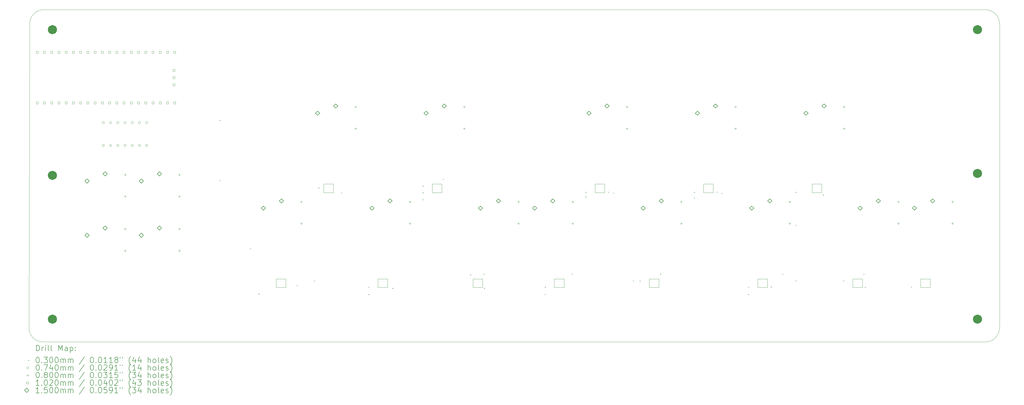
<source format=gbr>
%TF.GenerationSoftware,KiCad,Pcbnew,8.0.3*%
%TF.CreationDate,2024-07-25T17:07:34-07:00*%
%TF.ProjectId,melokey,6d656c6f-6b65-4792-9e6b-696361645f70,rev?*%
%TF.SameCoordinates,Original*%
%TF.FileFunction,Drillmap*%
%TF.FilePolarity,Positive*%
%FSLAX45Y45*%
G04 Gerber Fmt 4.5, Leading zero omitted, Abs format (unit mm)*
G04 Created by KiCad (PCBNEW 8.0.3) date 2024-07-25 17:07:34*
%MOMM*%
%LPD*%
G01*
G04 APERTURE LIST*
%ADD10C,0.050000*%
%ADD11C,1.625000*%
%ADD12C,0.010000*%
%ADD13C,0.200000*%
%ADD14C,0.100000*%
%ADD15C,0.102000*%
%ADD16C,0.150000*%
G04 APERTURE END LIST*
D10*
X38758875Y-13287500D02*
X38560375Y-13287500D01*
X5682625Y-24955625D02*
G75*
G02*
X5182625Y-24455625I0J500000D01*
G01*
X38758875Y-13287500D02*
G75*
G02*
X39258880Y-13787500I5J-500000D01*
G01*
X38282625Y-24955625D02*
X5682625Y-24955625D01*
D11*
X38564500Y-24155625D02*
G75*
G02*
X38402000Y-24155625I-81250J0D01*
G01*
X38402000Y-24155625D02*
G75*
G02*
X38564500Y-24155625I81250J0D01*
G01*
X6088250Y-19105625D02*
G75*
G02*
X5925750Y-19105625I-81250J0D01*
G01*
X5925750Y-19105625D02*
G75*
G02*
X6088250Y-19105625I81250J0D01*
G01*
D10*
X39258875Y-24455625D02*
G75*
G02*
X38758875Y-24955625I-499995J-5D01*
G01*
X39258875Y-13787500D02*
X39258875Y-24455625D01*
X38282625Y-24955625D02*
X38758875Y-24955625D01*
X5182625Y-24455625D02*
X5207000Y-13787500D01*
X5207000Y-13787500D02*
G75*
G02*
X5707000Y-13287500I500000J0D01*
G01*
D11*
X38564500Y-13987500D02*
G75*
G02*
X38402000Y-13987500I-81250J0D01*
G01*
X38402000Y-13987500D02*
G75*
G02*
X38564500Y-13987500I81250J0D01*
G01*
D10*
X5707000Y-13287500D02*
X38560375Y-13287500D01*
D11*
X38564500Y-19037500D02*
G75*
G02*
X38402000Y-19037500I-81250J0D01*
G01*
X38402000Y-19037500D02*
G75*
G02*
X38564500Y-19037500I81250J0D01*
G01*
X6088250Y-24155625D02*
G75*
G02*
X5925750Y-24155625I-81250J0D01*
G01*
X5925750Y-24155625D02*
G75*
G02*
X6088250Y-24155625I81250J0D01*
G01*
X6088250Y-13987500D02*
G75*
G02*
X5925750Y-13987500I-81250J0D01*
G01*
X5925750Y-13987500D02*
G75*
G02*
X6088250Y-13987500I81250J0D01*
G01*
D12*
X36485375Y-22741750D02*
X36825375Y-22741750D01*
X36485375Y-23041750D02*
X36485375Y-22741750D01*
X36825375Y-22741750D02*
X36825375Y-23041750D01*
X36825375Y-23041750D02*
X36485375Y-23041750D01*
X20769125Y-22741750D02*
X21109125Y-22741750D01*
X20769125Y-23041750D02*
X20769125Y-22741750D01*
X21109125Y-22741750D02*
X21109125Y-23041750D01*
X21109125Y-23041750D02*
X20769125Y-23041750D01*
X28865375Y-19408000D02*
X29205375Y-19408000D01*
X28865375Y-19708000D02*
X28865375Y-19408000D01*
X29205375Y-19408000D02*
X29205375Y-19708000D01*
X29205375Y-19708000D02*
X28865375Y-19708000D01*
X23626625Y-22741750D02*
X23966625Y-22741750D01*
X23626625Y-23041750D02*
X23626625Y-22741750D01*
X23966625Y-22741750D02*
X23966625Y-23041750D01*
X23966625Y-23041750D02*
X23626625Y-23041750D01*
X32675375Y-19408000D02*
X33015375Y-19408000D01*
X32675375Y-19708000D02*
X32675375Y-19408000D01*
X33015375Y-19408000D02*
X33015375Y-19708000D01*
X33015375Y-19708000D02*
X32675375Y-19708000D01*
X30770375Y-22741750D02*
X31110375Y-22741750D01*
X30770375Y-23041750D02*
X30770375Y-22741750D01*
X31110375Y-22741750D02*
X31110375Y-23041750D01*
X31110375Y-23041750D02*
X30770375Y-23041750D01*
X25055375Y-19408000D02*
X25395375Y-19408000D01*
X25055375Y-19708000D02*
X25055375Y-19408000D01*
X25395375Y-19408000D02*
X25395375Y-19708000D01*
X25395375Y-19708000D02*
X25055375Y-19708000D01*
X17435375Y-22741750D02*
X17775375Y-22741750D01*
X17435375Y-23041750D02*
X17435375Y-22741750D01*
X17775375Y-22741750D02*
X17775375Y-23041750D01*
X17775375Y-23041750D02*
X17435375Y-23041750D01*
X15530375Y-19408000D02*
X15870375Y-19408000D01*
X15530375Y-19708000D02*
X15530375Y-19408000D01*
X15870375Y-19408000D02*
X15870375Y-19708000D01*
X15870375Y-19708000D02*
X15530375Y-19708000D01*
X19340375Y-19408000D02*
X19680375Y-19408000D01*
X19340375Y-19708000D02*
X19340375Y-19408000D01*
X19680375Y-19408000D02*
X19680375Y-19708000D01*
X19680375Y-19708000D02*
X19340375Y-19708000D01*
X26960375Y-22741750D02*
X27300375Y-22741750D01*
X26960375Y-23041750D02*
X26960375Y-22741750D01*
X27300375Y-22741750D02*
X27300375Y-23041750D01*
X27300375Y-23041750D02*
X26960375Y-23041750D01*
X13863500Y-22741750D02*
X14203500Y-22741750D01*
X13863500Y-23041750D02*
X13863500Y-22741750D01*
X14203500Y-22741750D02*
X14203500Y-23041750D01*
X14203500Y-23041750D02*
X13863500Y-23041750D01*
X34104125Y-22741750D02*
X34444125Y-22741750D01*
X34104125Y-23041750D02*
X34104125Y-22741750D01*
X34444125Y-22741750D02*
X34444125Y-23041750D01*
X34444125Y-23041750D02*
X34104125Y-23041750D01*
D13*
D14*
X11863875Y-17158750D02*
X11893875Y-17188750D01*
X11893875Y-17158750D02*
X11863875Y-17188750D01*
X11875813Y-19270688D02*
X11905813Y-19300688D01*
X11905813Y-19270688D02*
X11875813Y-19300688D01*
X12940125Y-21658750D02*
X12970125Y-21688750D01*
X12970125Y-21658750D02*
X12940125Y-21688750D01*
X13240125Y-23258750D02*
X13270125Y-23288750D01*
X13270125Y-23258750D02*
X13240125Y-23288750D01*
X14578250Y-22958750D02*
X14608250Y-22988750D01*
X14608250Y-22958750D02*
X14578250Y-22988750D01*
X15193250Y-22797500D02*
X15223250Y-22827500D01*
X15223250Y-22797500D02*
X15193250Y-22827500D01*
X15340125Y-19527000D02*
X15370125Y-19557000D01*
X15370125Y-19527000D02*
X15340125Y-19557000D01*
X16145750Y-19701875D02*
X16175750Y-19731875D01*
X16175750Y-19701875D02*
X16145750Y-19731875D01*
X17098250Y-23016750D02*
X17128250Y-23046750D01*
X17128250Y-23016750D02*
X17098250Y-23046750D01*
X17098250Y-23273750D02*
X17128250Y-23303750D01*
X17128250Y-23273750D02*
X17098250Y-23303750D01*
X17940125Y-23058750D02*
X17970125Y-23088750D01*
X17970125Y-23058750D02*
X17940125Y-23088750D01*
X19003250Y-19463750D02*
X19033250Y-19493750D01*
X19033250Y-19463750D02*
X19003250Y-19493750D01*
X19003250Y-19701875D02*
X19033250Y-19731875D01*
X19033250Y-19701875D02*
X19003250Y-19731875D01*
X19003250Y-19940000D02*
X19033250Y-19970000D01*
X19033250Y-19940000D02*
X19003250Y-19970000D01*
X19717625Y-19225625D02*
X19747625Y-19255625D01*
X19747625Y-19225625D02*
X19717625Y-19255625D01*
X20670125Y-22579375D02*
X20700125Y-22609375D01*
X20700125Y-22579375D02*
X20670125Y-22609375D01*
X21146375Y-22559375D02*
X21176375Y-22589375D01*
X21176375Y-22559375D02*
X21146375Y-22589375D01*
X21157371Y-23056750D02*
X21187371Y-23086750D01*
X21187371Y-23056750D02*
X21157371Y-23086750D01*
X23289500Y-23016750D02*
X23319500Y-23046750D01*
X23319500Y-23016750D02*
X23289500Y-23046750D01*
X23289500Y-23273750D02*
X23319500Y-23303750D01*
X23319500Y-23273750D02*
X23289500Y-23303750D01*
X24242000Y-22559375D02*
X24272000Y-22589375D01*
X24272000Y-22559375D02*
X24242000Y-22589375D01*
X24718250Y-19683000D02*
X24748250Y-19713000D01*
X24748250Y-19683000D02*
X24718250Y-19713000D01*
X24718250Y-19843000D02*
X24748250Y-19873000D01*
X24748250Y-19843000D02*
X24718250Y-19873000D01*
X25511375Y-19679000D02*
X25541375Y-19709000D01*
X25541375Y-19679000D02*
X25511375Y-19709000D01*
X25688404Y-19707648D02*
X25718404Y-19737648D01*
X25718404Y-19707648D02*
X25688404Y-19737648D01*
X26385125Y-22797500D02*
X26415125Y-22827500D01*
X26415125Y-22797500D02*
X26385125Y-22827500D01*
X26623250Y-22797500D02*
X26653250Y-22827500D01*
X26653250Y-22797500D02*
X26623250Y-22827500D01*
X27337625Y-22559375D02*
X27367625Y-22589375D01*
X27367625Y-22559375D02*
X27337625Y-22589375D01*
X28528250Y-19683000D02*
X28558250Y-19713000D01*
X28558250Y-19683000D02*
X28528250Y-19713000D01*
X28528250Y-19883000D02*
X28558250Y-19913000D01*
X28558250Y-19883000D02*
X28528250Y-19913000D01*
X29321375Y-19679000D02*
X29351375Y-19709000D01*
X29351375Y-19679000D02*
X29321375Y-19709000D01*
X29497051Y-19718177D02*
X29527051Y-19748177D01*
X29527051Y-19718177D02*
X29497051Y-19748177D01*
X30433250Y-23016750D02*
X30463250Y-23046750D01*
X30463250Y-23016750D02*
X30433250Y-23046750D01*
X30433250Y-23273750D02*
X30463250Y-23303750D01*
X30463250Y-23273750D02*
X30433250Y-23303750D01*
X31226375Y-23012750D02*
X31256375Y-23042750D01*
X31256375Y-23012750D02*
X31226375Y-23042750D01*
X31623875Y-22559375D02*
X31653875Y-22589375D01*
X31653875Y-22559375D02*
X31623875Y-22589375D01*
X32100125Y-19683000D02*
X32130125Y-19713000D01*
X32130125Y-19683000D02*
X32100125Y-19713000D01*
X32100125Y-20841250D02*
X32130125Y-20871250D01*
X32130125Y-20841250D02*
X32100125Y-20871250D01*
X32100125Y-22797500D02*
X32130125Y-22827500D01*
X32130125Y-22797500D02*
X32100125Y-22827500D01*
X33052625Y-19772500D02*
X33082625Y-19802500D01*
X33082625Y-19772500D02*
X33052625Y-19802500D01*
X33767000Y-22797500D02*
X33797000Y-22827500D01*
X33797000Y-22797500D02*
X33767000Y-22827500D01*
X34481375Y-22559375D02*
X34511375Y-22589375D01*
X34511375Y-22559375D02*
X34481375Y-22589375D01*
X34527123Y-23021998D02*
X34557123Y-23051998D01*
X34557123Y-23021998D02*
X34527123Y-23051998D01*
X36148250Y-23016750D02*
X36178250Y-23046750D01*
X36178250Y-23016750D02*
X36148250Y-23046750D01*
X7831625Y-17256000D02*
G75*
G02*
X7757625Y-17256000I-37000J0D01*
G01*
X7757625Y-17256000D02*
G75*
G02*
X7831625Y-17256000I37000J0D01*
G01*
X7831625Y-18050000D02*
G75*
G02*
X7757625Y-18050000I-37000J0D01*
G01*
X7757625Y-18050000D02*
G75*
G02*
X7831625Y-18050000I37000J0D01*
G01*
X8085625Y-17256000D02*
G75*
G02*
X8011625Y-17256000I-37000J0D01*
G01*
X8011625Y-17256000D02*
G75*
G02*
X8085625Y-17256000I37000J0D01*
G01*
X8085625Y-18050000D02*
G75*
G02*
X8011625Y-18050000I-37000J0D01*
G01*
X8011625Y-18050000D02*
G75*
G02*
X8085625Y-18050000I37000J0D01*
G01*
X8339625Y-17256000D02*
G75*
G02*
X8265625Y-17256000I-37000J0D01*
G01*
X8265625Y-17256000D02*
G75*
G02*
X8339625Y-17256000I37000J0D01*
G01*
X8339625Y-18050000D02*
G75*
G02*
X8265625Y-18050000I-37000J0D01*
G01*
X8265625Y-18050000D02*
G75*
G02*
X8339625Y-18050000I37000J0D01*
G01*
X8593625Y-17256000D02*
G75*
G02*
X8519625Y-17256000I-37000J0D01*
G01*
X8519625Y-17256000D02*
G75*
G02*
X8593625Y-17256000I37000J0D01*
G01*
X8593625Y-18050000D02*
G75*
G02*
X8519625Y-18050000I-37000J0D01*
G01*
X8519625Y-18050000D02*
G75*
G02*
X8593625Y-18050000I37000J0D01*
G01*
X8847625Y-17256000D02*
G75*
G02*
X8773625Y-17256000I-37000J0D01*
G01*
X8773625Y-17256000D02*
G75*
G02*
X8847625Y-17256000I37000J0D01*
G01*
X8847625Y-18050000D02*
G75*
G02*
X8773625Y-18050000I-37000J0D01*
G01*
X8773625Y-18050000D02*
G75*
G02*
X8847625Y-18050000I37000J0D01*
G01*
X9101625Y-17256000D02*
G75*
G02*
X9027625Y-17256000I-37000J0D01*
G01*
X9027625Y-17256000D02*
G75*
G02*
X9101625Y-17256000I37000J0D01*
G01*
X9101625Y-18050000D02*
G75*
G02*
X9027625Y-18050000I-37000J0D01*
G01*
X9027625Y-18050000D02*
G75*
G02*
X9101625Y-18050000I37000J0D01*
G01*
X9355625Y-17256000D02*
G75*
G02*
X9281625Y-17256000I-37000J0D01*
G01*
X9281625Y-17256000D02*
G75*
G02*
X9355625Y-17256000I37000J0D01*
G01*
X9355625Y-18050000D02*
G75*
G02*
X9281625Y-18050000I-37000J0D01*
G01*
X9281625Y-18050000D02*
G75*
G02*
X9355625Y-18050000I37000J0D01*
G01*
X8556625Y-19041750D02*
X8556625Y-19121750D01*
X8516625Y-19081750D02*
X8596625Y-19081750D01*
X8556625Y-19803750D02*
X8556625Y-19883750D01*
X8516625Y-19843750D02*
X8596625Y-19843750D01*
X8556625Y-20946750D02*
X8556625Y-21026750D01*
X8516625Y-20986750D02*
X8596625Y-20986750D01*
X8556625Y-21708750D02*
X8556625Y-21788750D01*
X8516625Y-21748750D02*
X8596625Y-21748750D01*
X10461625Y-19041750D02*
X10461625Y-19121750D01*
X10421625Y-19081750D02*
X10501625Y-19081750D01*
X10461625Y-19803750D02*
X10461625Y-19883750D01*
X10421625Y-19843750D02*
X10501625Y-19843750D01*
X10461625Y-20946750D02*
X10461625Y-21026750D01*
X10421625Y-20986750D02*
X10501625Y-20986750D01*
X10461625Y-21708750D02*
X10461625Y-21788750D01*
X10421625Y-21748750D02*
X10501625Y-21748750D01*
X14747875Y-19994250D02*
X14747875Y-20074250D01*
X14707875Y-20034250D02*
X14787875Y-20034250D01*
X14747875Y-20756250D02*
X14747875Y-20836250D01*
X14707875Y-20796250D02*
X14787875Y-20796250D01*
X16652875Y-16660500D02*
X16652875Y-16740500D01*
X16612875Y-16700500D02*
X16692875Y-16700500D01*
X16652875Y-17422500D02*
X16652875Y-17502500D01*
X16612875Y-17462500D02*
X16692875Y-17462500D01*
X18557875Y-19994250D02*
X18557875Y-20074250D01*
X18517875Y-20034250D02*
X18597875Y-20034250D01*
X18557875Y-20756250D02*
X18557875Y-20836250D01*
X18517875Y-20796250D02*
X18597875Y-20796250D01*
X20462875Y-16660500D02*
X20462875Y-16740500D01*
X20422875Y-16700500D02*
X20502875Y-16700500D01*
X20462875Y-17422500D02*
X20462875Y-17502500D01*
X20422875Y-17462500D02*
X20502875Y-17462500D01*
X22367875Y-19994250D02*
X22367875Y-20074250D01*
X22327875Y-20034250D02*
X22407875Y-20034250D01*
X22367875Y-20756250D02*
X22367875Y-20836250D01*
X22327875Y-20796250D02*
X22407875Y-20796250D01*
X24272875Y-19994250D02*
X24272875Y-20074250D01*
X24232875Y-20034250D02*
X24312875Y-20034250D01*
X24272875Y-20756250D02*
X24272875Y-20836250D01*
X24232875Y-20796250D02*
X24312875Y-20796250D01*
X26177875Y-16660500D02*
X26177875Y-16740500D01*
X26137875Y-16700500D02*
X26217875Y-16700500D01*
X26177875Y-17422500D02*
X26177875Y-17502500D01*
X26137875Y-17462500D02*
X26217875Y-17462500D01*
X28082875Y-19994250D02*
X28082875Y-20074250D01*
X28042875Y-20034250D02*
X28122875Y-20034250D01*
X28082875Y-20756250D02*
X28082875Y-20836250D01*
X28042875Y-20796250D02*
X28122875Y-20796250D01*
X29987875Y-16660500D02*
X29987875Y-16740500D01*
X29947875Y-16700500D02*
X30027875Y-16700500D01*
X29987875Y-17422500D02*
X29987875Y-17502500D01*
X29947875Y-17462500D02*
X30027875Y-17462500D01*
X31892875Y-19994250D02*
X31892875Y-20074250D01*
X31852875Y-20034250D02*
X31932875Y-20034250D01*
X31892875Y-20756250D02*
X31892875Y-20836250D01*
X31852875Y-20796250D02*
X31932875Y-20796250D01*
X33797875Y-16660500D02*
X33797875Y-16740500D01*
X33757875Y-16700500D02*
X33837875Y-16700500D01*
X33797875Y-17422500D02*
X33797875Y-17502500D01*
X33757875Y-17462500D02*
X33837875Y-17462500D01*
X35702875Y-19994250D02*
X35702875Y-20074250D01*
X35662875Y-20034250D02*
X35742875Y-20034250D01*
X35702875Y-20756250D02*
X35702875Y-20836250D01*
X35662875Y-20796250D02*
X35742875Y-20796250D01*
X37607875Y-19994250D02*
X37607875Y-20074250D01*
X37567875Y-20034250D02*
X37647875Y-20034250D01*
X37607875Y-20756250D02*
X37607875Y-20836250D01*
X37567875Y-20796250D02*
X37647875Y-20796250D01*
D15*
X5505688Y-14815813D02*
X5505688Y-14743687D01*
X5433562Y-14743687D01*
X5433562Y-14815813D01*
X5505688Y-14815813D01*
X5505688Y-16593813D02*
X5505688Y-16521687D01*
X5433562Y-16521687D01*
X5433562Y-16593813D01*
X5505688Y-16593813D01*
X5759688Y-14815813D02*
X5759688Y-14743687D01*
X5687562Y-14743687D01*
X5687562Y-14815813D01*
X5759688Y-14815813D01*
X5759688Y-16593813D02*
X5759688Y-16521687D01*
X5687562Y-16521687D01*
X5687562Y-16593813D01*
X5759688Y-16593813D01*
X6013688Y-14815813D02*
X6013688Y-14743687D01*
X5941562Y-14743687D01*
X5941562Y-14815813D01*
X6013688Y-14815813D01*
X6013688Y-16593813D02*
X6013688Y-16521687D01*
X5941562Y-16521687D01*
X5941562Y-16593813D01*
X6013688Y-16593813D01*
X6267688Y-14815813D02*
X6267688Y-14743687D01*
X6195562Y-14743687D01*
X6195562Y-14815813D01*
X6267688Y-14815813D01*
X6267688Y-16593813D02*
X6267688Y-16521687D01*
X6195562Y-16521687D01*
X6195562Y-16593813D01*
X6267688Y-16593813D01*
X6521688Y-14815813D02*
X6521688Y-14743687D01*
X6449562Y-14743687D01*
X6449562Y-14815813D01*
X6521688Y-14815813D01*
X6521688Y-16593813D02*
X6521688Y-16521687D01*
X6449562Y-16521687D01*
X6449562Y-16593813D01*
X6521688Y-16593813D01*
X6775688Y-14815813D02*
X6775688Y-14743687D01*
X6703562Y-14743687D01*
X6703562Y-14815813D01*
X6775688Y-14815813D01*
X6775688Y-16593813D02*
X6775688Y-16521687D01*
X6703562Y-16521687D01*
X6703562Y-16593813D01*
X6775688Y-16593813D01*
X7029688Y-14815813D02*
X7029688Y-14743687D01*
X6957562Y-14743687D01*
X6957562Y-14815813D01*
X7029688Y-14815813D01*
X7029688Y-16593813D02*
X7029688Y-16521687D01*
X6957562Y-16521687D01*
X6957562Y-16593813D01*
X7029688Y-16593813D01*
X7283688Y-14815813D02*
X7283688Y-14743687D01*
X7211562Y-14743687D01*
X7211562Y-14815813D01*
X7283688Y-14815813D01*
X7283688Y-16593813D02*
X7283688Y-16521687D01*
X7211562Y-16521687D01*
X7211562Y-16593813D01*
X7283688Y-16593813D01*
X7537688Y-14815813D02*
X7537688Y-14743687D01*
X7465562Y-14743687D01*
X7465562Y-14815813D01*
X7537688Y-14815813D01*
X7537688Y-16593813D02*
X7537688Y-16521687D01*
X7465562Y-16521687D01*
X7465562Y-16593813D01*
X7537688Y-16593813D01*
X7791688Y-14815813D02*
X7791688Y-14743687D01*
X7719562Y-14743687D01*
X7719562Y-14815813D01*
X7791688Y-14815813D01*
X7791688Y-16593813D02*
X7791688Y-16521687D01*
X7719562Y-16521687D01*
X7719562Y-16593813D01*
X7791688Y-16593813D01*
X8045688Y-14815813D02*
X8045688Y-14743687D01*
X7973562Y-14743687D01*
X7973562Y-14815813D01*
X8045688Y-14815813D01*
X8045688Y-16593813D02*
X8045688Y-16521687D01*
X7973562Y-16521687D01*
X7973562Y-16593813D01*
X8045688Y-16593813D01*
X8299688Y-14815813D02*
X8299688Y-14743687D01*
X8227562Y-14743687D01*
X8227562Y-14815813D01*
X8299688Y-14815813D01*
X8299688Y-16593813D02*
X8299688Y-16521687D01*
X8227562Y-16521687D01*
X8227562Y-16593813D01*
X8299688Y-16593813D01*
X8553688Y-14815813D02*
X8553688Y-14743687D01*
X8481562Y-14743687D01*
X8481562Y-14815813D01*
X8553688Y-14815813D01*
X8553688Y-16593813D02*
X8553688Y-16521687D01*
X8481562Y-16521687D01*
X8481562Y-16593813D01*
X8553688Y-16593813D01*
X8807688Y-14815813D02*
X8807688Y-14743687D01*
X8735562Y-14743687D01*
X8735562Y-14815813D01*
X8807688Y-14815813D01*
X8807688Y-16593813D02*
X8807688Y-16521687D01*
X8735562Y-16521687D01*
X8735562Y-16593813D01*
X8807688Y-16593813D01*
X9061688Y-14815813D02*
X9061688Y-14743687D01*
X8989562Y-14743687D01*
X8989562Y-14815813D01*
X9061688Y-14815813D01*
X9061688Y-16593813D02*
X9061688Y-16521687D01*
X8989562Y-16521687D01*
X8989562Y-16593813D01*
X9061688Y-16593813D01*
X9315688Y-14815813D02*
X9315688Y-14743687D01*
X9243562Y-14743687D01*
X9243562Y-14815813D01*
X9315688Y-14815813D01*
X9315688Y-16593813D02*
X9315688Y-16521687D01*
X9243562Y-16521687D01*
X9243562Y-16593813D01*
X9315688Y-16593813D01*
X9569688Y-14815813D02*
X9569688Y-14743687D01*
X9497562Y-14743687D01*
X9497562Y-14815813D01*
X9569688Y-14815813D01*
X9569688Y-16593813D02*
X9569688Y-16521687D01*
X9497562Y-16521687D01*
X9497562Y-16593813D01*
X9569688Y-16593813D01*
X9823688Y-14815813D02*
X9823688Y-14743687D01*
X9751562Y-14743687D01*
X9751562Y-14815813D01*
X9823688Y-14815813D01*
X9823688Y-16593813D02*
X9823688Y-16521687D01*
X9751562Y-16521687D01*
X9751562Y-16593813D01*
X9823688Y-16593813D01*
X10077688Y-14815813D02*
X10077688Y-14743687D01*
X10005562Y-14743687D01*
X10005562Y-14815813D01*
X10077688Y-14815813D01*
X10077688Y-16593813D02*
X10077688Y-16521687D01*
X10005562Y-16521687D01*
X10005562Y-16593813D01*
X10077688Y-16593813D01*
X10308688Y-15450813D02*
X10308688Y-15378687D01*
X10236562Y-15378687D01*
X10236562Y-15450813D01*
X10308688Y-15450813D01*
X10308688Y-15704813D02*
X10308688Y-15632687D01*
X10236562Y-15632687D01*
X10236562Y-15704813D01*
X10308688Y-15704813D01*
X10308688Y-15958813D02*
X10308688Y-15886687D01*
X10236562Y-15886687D01*
X10236562Y-15958813D01*
X10308688Y-15958813D01*
X10331688Y-14815813D02*
X10331688Y-14743687D01*
X10259562Y-14743687D01*
X10259562Y-14815813D01*
X10331688Y-14815813D01*
X10331688Y-16593813D02*
X10331688Y-16521687D01*
X10259562Y-16521687D01*
X10259562Y-16593813D01*
X10331688Y-16593813D01*
D16*
X7223125Y-19379000D02*
X7298125Y-19304000D01*
X7223125Y-19229000D01*
X7148125Y-19304000D01*
X7223125Y-19379000D01*
X7223125Y-21284000D02*
X7298125Y-21209000D01*
X7223125Y-21134000D01*
X7148125Y-21209000D01*
X7223125Y-21284000D01*
X7858125Y-19125000D02*
X7933125Y-19050000D01*
X7858125Y-18975000D01*
X7783125Y-19050000D01*
X7858125Y-19125000D01*
X7858125Y-21030000D02*
X7933125Y-20955000D01*
X7858125Y-20880000D01*
X7783125Y-20955000D01*
X7858125Y-21030000D01*
X9128125Y-19379000D02*
X9203125Y-19304000D01*
X9128125Y-19229000D01*
X9053125Y-19304000D01*
X9128125Y-19379000D01*
X9128125Y-21284000D02*
X9203125Y-21209000D01*
X9128125Y-21134000D01*
X9053125Y-21209000D01*
X9128125Y-21284000D01*
X9763125Y-19125000D02*
X9838125Y-19050000D01*
X9763125Y-18975000D01*
X9688125Y-19050000D01*
X9763125Y-19125000D01*
X9763125Y-21030000D02*
X9838125Y-20955000D01*
X9763125Y-20880000D01*
X9688125Y-20955000D01*
X9763125Y-21030000D01*
X13414375Y-20331500D02*
X13489375Y-20256500D01*
X13414375Y-20181500D01*
X13339375Y-20256500D01*
X13414375Y-20331500D01*
X14049375Y-20077500D02*
X14124375Y-20002500D01*
X14049375Y-19927500D01*
X13974375Y-20002500D01*
X14049375Y-20077500D01*
X15319375Y-16997750D02*
X15394375Y-16922750D01*
X15319375Y-16847750D01*
X15244375Y-16922750D01*
X15319375Y-16997750D01*
X15954375Y-16743750D02*
X16029375Y-16668750D01*
X15954375Y-16593750D01*
X15879375Y-16668750D01*
X15954375Y-16743750D01*
X17224375Y-20331500D02*
X17299375Y-20256500D01*
X17224375Y-20181500D01*
X17149375Y-20256500D01*
X17224375Y-20331500D01*
X17859375Y-20077500D02*
X17934375Y-20002500D01*
X17859375Y-19927500D01*
X17784375Y-20002500D01*
X17859375Y-20077500D01*
X19129375Y-16997750D02*
X19204375Y-16922750D01*
X19129375Y-16847750D01*
X19054375Y-16922750D01*
X19129375Y-16997750D01*
X19764375Y-16743750D02*
X19839375Y-16668750D01*
X19764375Y-16593750D01*
X19689375Y-16668750D01*
X19764375Y-16743750D01*
X21034375Y-20331500D02*
X21109375Y-20256500D01*
X21034375Y-20181500D01*
X20959375Y-20256500D01*
X21034375Y-20331500D01*
X21669375Y-20077500D02*
X21744375Y-20002500D01*
X21669375Y-19927500D01*
X21594375Y-20002500D01*
X21669375Y-20077500D01*
X22939375Y-20331500D02*
X23014375Y-20256500D01*
X22939375Y-20181500D01*
X22864375Y-20256500D01*
X22939375Y-20331500D01*
X23574375Y-20077500D02*
X23649375Y-20002500D01*
X23574375Y-19927500D01*
X23499375Y-20002500D01*
X23574375Y-20077500D01*
X24844375Y-16997750D02*
X24919375Y-16922750D01*
X24844375Y-16847750D01*
X24769375Y-16922750D01*
X24844375Y-16997750D01*
X25479375Y-16743750D02*
X25554375Y-16668750D01*
X25479375Y-16593750D01*
X25404375Y-16668750D01*
X25479375Y-16743750D01*
X26749375Y-20331500D02*
X26824375Y-20256500D01*
X26749375Y-20181500D01*
X26674375Y-20256500D01*
X26749375Y-20331500D01*
X27384375Y-20077500D02*
X27459375Y-20002500D01*
X27384375Y-19927500D01*
X27309375Y-20002500D01*
X27384375Y-20077500D01*
X28654375Y-16997750D02*
X28729375Y-16922750D01*
X28654375Y-16847750D01*
X28579375Y-16922750D01*
X28654375Y-16997750D01*
X29289375Y-16743750D02*
X29364375Y-16668750D01*
X29289375Y-16593750D01*
X29214375Y-16668750D01*
X29289375Y-16743750D01*
X30559375Y-20331500D02*
X30634375Y-20256500D01*
X30559375Y-20181500D01*
X30484375Y-20256500D01*
X30559375Y-20331500D01*
X31194375Y-20077500D02*
X31269375Y-20002500D01*
X31194375Y-19927500D01*
X31119375Y-20002500D01*
X31194375Y-20077500D01*
X32464375Y-16997750D02*
X32539375Y-16922750D01*
X32464375Y-16847750D01*
X32389375Y-16922750D01*
X32464375Y-16997750D01*
X33099375Y-16743750D02*
X33174375Y-16668750D01*
X33099375Y-16593750D01*
X33024375Y-16668750D01*
X33099375Y-16743750D01*
X34369375Y-20331500D02*
X34444375Y-20256500D01*
X34369375Y-20181500D01*
X34294375Y-20256500D01*
X34369375Y-20331500D01*
X35004375Y-20077500D02*
X35079375Y-20002500D01*
X35004375Y-19927500D01*
X34929375Y-20002500D01*
X35004375Y-20077500D01*
X36274375Y-20331500D02*
X36349375Y-20256500D01*
X36274375Y-20181500D01*
X36199375Y-20256500D01*
X36274375Y-20331500D01*
X36909375Y-20077500D02*
X36984375Y-20002500D01*
X36909375Y-19927500D01*
X36834375Y-20002500D01*
X36909375Y-20077500D01*
D13*
X5440902Y-25269609D02*
X5440902Y-25069609D01*
X5440902Y-25069609D02*
X5488521Y-25069609D01*
X5488521Y-25069609D02*
X5517092Y-25079133D01*
X5517092Y-25079133D02*
X5536140Y-25098180D01*
X5536140Y-25098180D02*
X5545664Y-25117228D01*
X5545664Y-25117228D02*
X5555188Y-25155323D01*
X5555188Y-25155323D02*
X5555188Y-25183894D01*
X5555188Y-25183894D02*
X5545664Y-25221990D01*
X5545664Y-25221990D02*
X5536140Y-25241037D01*
X5536140Y-25241037D02*
X5517092Y-25260085D01*
X5517092Y-25260085D02*
X5488521Y-25269609D01*
X5488521Y-25269609D02*
X5440902Y-25269609D01*
X5640902Y-25269609D02*
X5640902Y-25136275D01*
X5640902Y-25174371D02*
X5650426Y-25155323D01*
X5650426Y-25155323D02*
X5659949Y-25145799D01*
X5659949Y-25145799D02*
X5678997Y-25136275D01*
X5678997Y-25136275D02*
X5698045Y-25136275D01*
X5764711Y-25269609D02*
X5764711Y-25136275D01*
X5764711Y-25069609D02*
X5755187Y-25079133D01*
X5755187Y-25079133D02*
X5764711Y-25088656D01*
X5764711Y-25088656D02*
X5774235Y-25079133D01*
X5774235Y-25079133D02*
X5764711Y-25069609D01*
X5764711Y-25069609D02*
X5764711Y-25088656D01*
X5888521Y-25269609D02*
X5869473Y-25260085D01*
X5869473Y-25260085D02*
X5859949Y-25241037D01*
X5859949Y-25241037D02*
X5859949Y-25069609D01*
X5993283Y-25269609D02*
X5974235Y-25260085D01*
X5974235Y-25260085D02*
X5964711Y-25241037D01*
X5964711Y-25241037D02*
X5964711Y-25069609D01*
X6221854Y-25269609D02*
X6221854Y-25069609D01*
X6221854Y-25069609D02*
X6288521Y-25212466D01*
X6288521Y-25212466D02*
X6355187Y-25069609D01*
X6355187Y-25069609D02*
X6355187Y-25269609D01*
X6536140Y-25269609D02*
X6536140Y-25164847D01*
X6536140Y-25164847D02*
X6526616Y-25145799D01*
X6526616Y-25145799D02*
X6507568Y-25136275D01*
X6507568Y-25136275D02*
X6469473Y-25136275D01*
X6469473Y-25136275D02*
X6450426Y-25145799D01*
X6536140Y-25260085D02*
X6517092Y-25269609D01*
X6517092Y-25269609D02*
X6469473Y-25269609D01*
X6469473Y-25269609D02*
X6450426Y-25260085D01*
X6450426Y-25260085D02*
X6440902Y-25241037D01*
X6440902Y-25241037D02*
X6440902Y-25221990D01*
X6440902Y-25221990D02*
X6450426Y-25202942D01*
X6450426Y-25202942D02*
X6469473Y-25193418D01*
X6469473Y-25193418D02*
X6517092Y-25193418D01*
X6517092Y-25193418D02*
X6536140Y-25183894D01*
X6631378Y-25136275D02*
X6631378Y-25336275D01*
X6631378Y-25145799D02*
X6650426Y-25136275D01*
X6650426Y-25136275D02*
X6688521Y-25136275D01*
X6688521Y-25136275D02*
X6707568Y-25145799D01*
X6707568Y-25145799D02*
X6717092Y-25155323D01*
X6717092Y-25155323D02*
X6726616Y-25174371D01*
X6726616Y-25174371D02*
X6726616Y-25231513D01*
X6726616Y-25231513D02*
X6717092Y-25250561D01*
X6717092Y-25250561D02*
X6707568Y-25260085D01*
X6707568Y-25260085D02*
X6688521Y-25269609D01*
X6688521Y-25269609D02*
X6650426Y-25269609D01*
X6650426Y-25269609D02*
X6631378Y-25260085D01*
X6812330Y-25250561D02*
X6821854Y-25260085D01*
X6821854Y-25260085D02*
X6812330Y-25269609D01*
X6812330Y-25269609D02*
X6802807Y-25260085D01*
X6802807Y-25260085D02*
X6812330Y-25250561D01*
X6812330Y-25250561D02*
X6812330Y-25269609D01*
X6812330Y-25145799D02*
X6821854Y-25155323D01*
X6821854Y-25155323D02*
X6812330Y-25164847D01*
X6812330Y-25164847D02*
X6802807Y-25155323D01*
X6802807Y-25155323D02*
X6812330Y-25145799D01*
X6812330Y-25145799D02*
X6812330Y-25164847D01*
D14*
X5150125Y-25583125D02*
X5180125Y-25613125D01*
X5180125Y-25583125D02*
X5150125Y-25613125D01*
D13*
X5478997Y-25489609D02*
X5498045Y-25489609D01*
X5498045Y-25489609D02*
X5517092Y-25499133D01*
X5517092Y-25499133D02*
X5526616Y-25508656D01*
X5526616Y-25508656D02*
X5536140Y-25527704D01*
X5536140Y-25527704D02*
X5545664Y-25565799D01*
X5545664Y-25565799D02*
X5545664Y-25613418D01*
X5545664Y-25613418D02*
X5536140Y-25651513D01*
X5536140Y-25651513D02*
X5526616Y-25670561D01*
X5526616Y-25670561D02*
X5517092Y-25680085D01*
X5517092Y-25680085D02*
X5498045Y-25689609D01*
X5498045Y-25689609D02*
X5478997Y-25689609D01*
X5478997Y-25689609D02*
X5459949Y-25680085D01*
X5459949Y-25680085D02*
X5450426Y-25670561D01*
X5450426Y-25670561D02*
X5440902Y-25651513D01*
X5440902Y-25651513D02*
X5431378Y-25613418D01*
X5431378Y-25613418D02*
X5431378Y-25565799D01*
X5431378Y-25565799D02*
X5440902Y-25527704D01*
X5440902Y-25527704D02*
X5450426Y-25508656D01*
X5450426Y-25508656D02*
X5459949Y-25499133D01*
X5459949Y-25499133D02*
X5478997Y-25489609D01*
X5631378Y-25670561D02*
X5640902Y-25680085D01*
X5640902Y-25680085D02*
X5631378Y-25689609D01*
X5631378Y-25689609D02*
X5621854Y-25680085D01*
X5621854Y-25680085D02*
X5631378Y-25670561D01*
X5631378Y-25670561D02*
X5631378Y-25689609D01*
X5707568Y-25489609D02*
X5831378Y-25489609D01*
X5831378Y-25489609D02*
X5764711Y-25565799D01*
X5764711Y-25565799D02*
X5793283Y-25565799D01*
X5793283Y-25565799D02*
X5812330Y-25575323D01*
X5812330Y-25575323D02*
X5821854Y-25584847D01*
X5821854Y-25584847D02*
X5831378Y-25603894D01*
X5831378Y-25603894D02*
X5831378Y-25651513D01*
X5831378Y-25651513D02*
X5821854Y-25670561D01*
X5821854Y-25670561D02*
X5812330Y-25680085D01*
X5812330Y-25680085D02*
X5793283Y-25689609D01*
X5793283Y-25689609D02*
X5736140Y-25689609D01*
X5736140Y-25689609D02*
X5717092Y-25680085D01*
X5717092Y-25680085D02*
X5707568Y-25670561D01*
X5955187Y-25489609D02*
X5974235Y-25489609D01*
X5974235Y-25489609D02*
X5993283Y-25499133D01*
X5993283Y-25499133D02*
X6002807Y-25508656D01*
X6002807Y-25508656D02*
X6012330Y-25527704D01*
X6012330Y-25527704D02*
X6021854Y-25565799D01*
X6021854Y-25565799D02*
X6021854Y-25613418D01*
X6021854Y-25613418D02*
X6012330Y-25651513D01*
X6012330Y-25651513D02*
X6002807Y-25670561D01*
X6002807Y-25670561D02*
X5993283Y-25680085D01*
X5993283Y-25680085D02*
X5974235Y-25689609D01*
X5974235Y-25689609D02*
X5955187Y-25689609D01*
X5955187Y-25689609D02*
X5936140Y-25680085D01*
X5936140Y-25680085D02*
X5926616Y-25670561D01*
X5926616Y-25670561D02*
X5917092Y-25651513D01*
X5917092Y-25651513D02*
X5907568Y-25613418D01*
X5907568Y-25613418D02*
X5907568Y-25565799D01*
X5907568Y-25565799D02*
X5917092Y-25527704D01*
X5917092Y-25527704D02*
X5926616Y-25508656D01*
X5926616Y-25508656D02*
X5936140Y-25499133D01*
X5936140Y-25499133D02*
X5955187Y-25489609D01*
X6145664Y-25489609D02*
X6164711Y-25489609D01*
X6164711Y-25489609D02*
X6183759Y-25499133D01*
X6183759Y-25499133D02*
X6193283Y-25508656D01*
X6193283Y-25508656D02*
X6202807Y-25527704D01*
X6202807Y-25527704D02*
X6212330Y-25565799D01*
X6212330Y-25565799D02*
X6212330Y-25613418D01*
X6212330Y-25613418D02*
X6202807Y-25651513D01*
X6202807Y-25651513D02*
X6193283Y-25670561D01*
X6193283Y-25670561D02*
X6183759Y-25680085D01*
X6183759Y-25680085D02*
X6164711Y-25689609D01*
X6164711Y-25689609D02*
X6145664Y-25689609D01*
X6145664Y-25689609D02*
X6126616Y-25680085D01*
X6126616Y-25680085D02*
X6117092Y-25670561D01*
X6117092Y-25670561D02*
X6107568Y-25651513D01*
X6107568Y-25651513D02*
X6098045Y-25613418D01*
X6098045Y-25613418D02*
X6098045Y-25565799D01*
X6098045Y-25565799D02*
X6107568Y-25527704D01*
X6107568Y-25527704D02*
X6117092Y-25508656D01*
X6117092Y-25508656D02*
X6126616Y-25499133D01*
X6126616Y-25499133D02*
X6145664Y-25489609D01*
X6298045Y-25689609D02*
X6298045Y-25556275D01*
X6298045Y-25575323D02*
X6307568Y-25565799D01*
X6307568Y-25565799D02*
X6326616Y-25556275D01*
X6326616Y-25556275D02*
X6355188Y-25556275D01*
X6355188Y-25556275D02*
X6374235Y-25565799D01*
X6374235Y-25565799D02*
X6383759Y-25584847D01*
X6383759Y-25584847D02*
X6383759Y-25689609D01*
X6383759Y-25584847D02*
X6393283Y-25565799D01*
X6393283Y-25565799D02*
X6412330Y-25556275D01*
X6412330Y-25556275D02*
X6440902Y-25556275D01*
X6440902Y-25556275D02*
X6459949Y-25565799D01*
X6459949Y-25565799D02*
X6469473Y-25584847D01*
X6469473Y-25584847D02*
X6469473Y-25689609D01*
X6564711Y-25689609D02*
X6564711Y-25556275D01*
X6564711Y-25575323D02*
X6574235Y-25565799D01*
X6574235Y-25565799D02*
X6593283Y-25556275D01*
X6593283Y-25556275D02*
X6621854Y-25556275D01*
X6621854Y-25556275D02*
X6640902Y-25565799D01*
X6640902Y-25565799D02*
X6650426Y-25584847D01*
X6650426Y-25584847D02*
X6650426Y-25689609D01*
X6650426Y-25584847D02*
X6659949Y-25565799D01*
X6659949Y-25565799D02*
X6678997Y-25556275D01*
X6678997Y-25556275D02*
X6707568Y-25556275D01*
X6707568Y-25556275D02*
X6726616Y-25565799D01*
X6726616Y-25565799D02*
X6736140Y-25584847D01*
X6736140Y-25584847D02*
X6736140Y-25689609D01*
X7126616Y-25480085D02*
X6955188Y-25737228D01*
X7383759Y-25489609D02*
X7402807Y-25489609D01*
X7402807Y-25489609D02*
X7421854Y-25499133D01*
X7421854Y-25499133D02*
X7431378Y-25508656D01*
X7431378Y-25508656D02*
X7440902Y-25527704D01*
X7440902Y-25527704D02*
X7450426Y-25565799D01*
X7450426Y-25565799D02*
X7450426Y-25613418D01*
X7450426Y-25613418D02*
X7440902Y-25651513D01*
X7440902Y-25651513D02*
X7431378Y-25670561D01*
X7431378Y-25670561D02*
X7421854Y-25680085D01*
X7421854Y-25680085D02*
X7402807Y-25689609D01*
X7402807Y-25689609D02*
X7383759Y-25689609D01*
X7383759Y-25689609D02*
X7364711Y-25680085D01*
X7364711Y-25680085D02*
X7355188Y-25670561D01*
X7355188Y-25670561D02*
X7345664Y-25651513D01*
X7345664Y-25651513D02*
X7336140Y-25613418D01*
X7336140Y-25613418D02*
X7336140Y-25565799D01*
X7336140Y-25565799D02*
X7345664Y-25527704D01*
X7345664Y-25527704D02*
X7355188Y-25508656D01*
X7355188Y-25508656D02*
X7364711Y-25499133D01*
X7364711Y-25499133D02*
X7383759Y-25489609D01*
X7536140Y-25670561D02*
X7545664Y-25680085D01*
X7545664Y-25680085D02*
X7536140Y-25689609D01*
X7536140Y-25689609D02*
X7526616Y-25680085D01*
X7526616Y-25680085D02*
X7536140Y-25670561D01*
X7536140Y-25670561D02*
X7536140Y-25689609D01*
X7669473Y-25489609D02*
X7688521Y-25489609D01*
X7688521Y-25489609D02*
X7707569Y-25499133D01*
X7707569Y-25499133D02*
X7717092Y-25508656D01*
X7717092Y-25508656D02*
X7726616Y-25527704D01*
X7726616Y-25527704D02*
X7736140Y-25565799D01*
X7736140Y-25565799D02*
X7736140Y-25613418D01*
X7736140Y-25613418D02*
X7726616Y-25651513D01*
X7726616Y-25651513D02*
X7717092Y-25670561D01*
X7717092Y-25670561D02*
X7707569Y-25680085D01*
X7707569Y-25680085D02*
X7688521Y-25689609D01*
X7688521Y-25689609D02*
X7669473Y-25689609D01*
X7669473Y-25689609D02*
X7650426Y-25680085D01*
X7650426Y-25680085D02*
X7640902Y-25670561D01*
X7640902Y-25670561D02*
X7631378Y-25651513D01*
X7631378Y-25651513D02*
X7621854Y-25613418D01*
X7621854Y-25613418D02*
X7621854Y-25565799D01*
X7621854Y-25565799D02*
X7631378Y-25527704D01*
X7631378Y-25527704D02*
X7640902Y-25508656D01*
X7640902Y-25508656D02*
X7650426Y-25499133D01*
X7650426Y-25499133D02*
X7669473Y-25489609D01*
X7926616Y-25689609D02*
X7812331Y-25689609D01*
X7869473Y-25689609D02*
X7869473Y-25489609D01*
X7869473Y-25489609D02*
X7850426Y-25518180D01*
X7850426Y-25518180D02*
X7831378Y-25537228D01*
X7831378Y-25537228D02*
X7812331Y-25546752D01*
X8117092Y-25689609D02*
X8002807Y-25689609D01*
X8059950Y-25689609D02*
X8059950Y-25489609D01*
X8059950Y-25489609D02*
X8040902Y-25518180D01*
X8040902Y-25518180D02*
X8021854Y-25537228D01*
X8021854Y-25537228D02*
X8002807Y-25546752D01*
X8231378Y-25575323D02*
X8212331Y-25565799D01*
X8212331Y-25565799D02*
X8202807Y-25556275D01*
X8202807Y-25556275D02*
X8193283Y-25537228D01*
X8193283Y-25537228D02*
X8193283Y-25527704D01*
X8193283Y-25527704D02*
X8202807Y-25508656D01*
X8202807Y-25508656D02*
X8212331Y-25499133D01*
X8212331Y-25499133D02*
X8231378Y-25489609D01*
X8231378Y-25489609D02*
X8269473Y-25489609D01*
X8269473Y-25489609D02*
X8288521Y-25499133D01*
X8288521Y-25499133D02*
X8298045Y-25508656D01*
X8298045Y-25508656D02*
X8307569Y-25527704D01*
X8307569Y-25527704D02*
X8307569Y-25537228D01*
X8307569Y-25537228D02*
X8298045Y-25556275D01*
X8298045Y-25556275D02*
X8288521Y-25565799D01*
X8288521Y-25565799D02*
X8269473Y-25575323D01*
X8269473Y-25575323D02*
X8231378Y-25575323D01*
X8231378Y-25575323D02*
X8212331Y-25584847D01*
X8212331Y-25584847D02*
X8202807Y-25594371D01*
X8202807Y-25594371D02*
X8193283Y-25613418D01*
X8193283Y-25613418D02*
X8193283Y-25651513D01*
X8193283Y-25651513D02*
X8202807Y-25670561D01*
X8202807Y-25670561D02*
X8212331Y-25680085D01*
X8212331Y-25680085D02*
X8231378Y-25689609D01*
X8231378Y-25689609D02*
X8269473Y-25689609D01*
X8269473Y-25689609D02*
X8288521Y-25680085D01*
X8288521Y-25680085D02*
X8298045Y-25670561D01*
X8298045Y-25670561D02*
X8307569Y-25651513D01*
X8307569Y-25651513D02*
X8307569Y-25613418D01*
X8307569Y-25613418D02*
X8298045Y-25594371D01*
X8298045Y-25594371D02*
X8288521Y-25584847D01*
X8288521Y-25584847D02*
X8269473Y-25575323D01*
X8383759Y-25489609D02*
X8383759Y-25527704D01*
X8459950Y-25489609D02*
X8459950Y-25527704D01*
X8755188Y-25765799D02*
X8745664Y-25756275D01*
X8745664Y-25756275D02*
X8726616Y-25727704D01*
X8726616Y-25727704D02*
X8717093Y-25708656D01*
X8717093Y-25708656D02*
X8707569Y-25680085D01*
X8707569Y-25680085D02*
X8698045Y-25632466D01*
X8698045Y-25632466D02*
X8698045Y-25594371D01*
X8698045Y-25594371D02*
X8707569Y-25546752D01*
X8707569Y-25546752D02*
X8717093Y-25518180D01*
X8717093Y-25518180D02*
X8726616Y-25499133D01*
X8726616Y-25499133D02*
X8745664Y-25470561D01*
X8745664Y-25470561D02*
X8755188Y-25461037D01*
X8917093Y-25556275D02*
X8917093Y-25689609D01*
X8869474Y-25480085D02*
X8821855Y-25622942D01*
X8821855Y-25622942D02*
X8945664Y-25622942D01*
X9107569Y-25556275D02*
X9107569Y-25689609D01*
X9059950Y-25480085D02*
X9012331Y-25622942D01*
X9012331Y-25622942D02*
X9136140Y-25622942D01*
X9364712Y-25689609D02*
X9364712Y-25489609D01*
X9450426Y-25689609D02*
X9450426Y-25584847D01*
X9450426Y-25584847D02*
X9440902Y-25565799D01*
X9440902Y-25565799D02*
X9421855Y-25556275D01*
X9421855Y-25556275D02*
X9393283Y-25556275D01*
X9393283Y-25556275D02*
X9374236Y-25565799D01*
X9374236Y-25565799D02*
X9364712Y-25575323D01*
X9574236Y-25689609D02*
X9555188Y-25680085D01*
X9555188Y-25680085D02*
X9545664Y-25670561D01*
X9545664Y-25670561D02*
X9536140Y-25651513D01*
X9536140Y-25651513D02*
X9536140Y-25594371D01*
X9536140Y-25594371D02*
X9545664Y-25575323D01*
X9545664Y-25575323D02*
X9555188Y-25565799D01*
X9555188Y-25565799D02*
X9574236Y-25556275D01*
X9574236Y-25556275D02*
X9602807Y-25556275D01*
X9602807Y-25556275D02*
X9621855Y-25565799D01*
X9621855Y-25565799D02*
X9631378Y-25575323D01*
X9631378Y-25575323D02*
X9640902Y-25594371D01*
X9640902Y-25594371D02*
X9640902Y-25651513D01*
X9640902Y-25651513D02*
X9631378Y-25670561D01*
X9631378Y-25670561D02*
X9621855Y-25680085D01*
X9621855Y-25680085D02*
X9602807Y-25689609D01*
X9602807Y-25689609D02*
X9574236Y-25689609D01*
X9755188Y-25689609D02*
X9736140Y-25680085D01*
X9736140Y-25680085D02*
X9726617Y-25661037D01*
X9726617Y-25661037D02*
X9726617Y-25489609D01*
X9907569Y-25680085D02*
X9888521Y-25689609D01*
X9888521Y-25689609D02*
X9850426Y-25689609D01*
X9850426Y-25689609D02*
X9831378Y-25680085D01*
X9831378Y-25680085D02*
X9821855Y-25661037D01*
X9821855Y-25661037D02*
X9821855Y-25584847D01*
X9821855Y-25584847D02*
X9831378Y-25565799D01*
X9831378Y-25565799D02*
X9850426Y-25556275D01*
X9850426Y-25556275D02*
X9888521Y-25556275D01*
X9888521Y-25556275D02*
X9907569Y-25565799D01*
X9907569Y-25565799D02*
X9917093Y-25584847D01*
X9917093Y-25584847D02*
X9917093Y-25603894D01*
X9917093Y-25603894D02*
X9821855Y-25622942D01*
X9993283Y-25680085D02*
X10012331Y-25689609D01*
X10012331Y-25689609D02*
X10050426Y-25689609D01*
X10050426Y-25689609D02*
X10069474Y-25680085D01*
X10069474Y-25680085D02*
X10078998Y-25661037D01*
X10078998Y-25661037D02*
X10078998Y-25651513D01*
X10078998Y-25651513D02*
X10069474Y-25632466D01*
X10069474Y-25632466D02*
X10050426Y-25622942D01*
X10050426Y-25622942D02*
X10021855Y-25622942D01*
X10021855Y-25622942D02*
X10002807Y-25613418D01*
X10002807Y-25613418D02*
X9993283Y-25594371D01*
X9993283Y-25594371D02*
X9993283Y-25584847D01*
X9993283Y-25584847D02*
X10002807Y-25565799D01*
X10002807Y-25565799D02*
X10021855Y-25556275D01*
X10021855Y-25556275D02*
X10050426Y-25556275D01*
X10050426Y-25556275D02*
X10069474Y-25565799D01*
X10145664Y-25765799D02*
X10155188Y-25756275D01*
X10155188Y-25756275D02*
X10174236Y-25727704D01*
X10174236Y-25727704D02*
X10183759Y-25708656D01*
X10183759Y-25708656D02*
X10193283Y-25680085D01*
X10193283Y-25680085D02*
X10202807Y-25632466D01*
X10202807Y-25632466D02*
X10202807Y-25594371D01*
X10202807Y-25594371D02*
X10193283Y-25546752D01*
X10193283Y-25546752D02*
X10183759Y-25518180D01*
X10183759Y-25518180D02*
X10174236Y-25499133D01*
X10174236Y-25499133D02*
X10155188Y-25470561D01*
X10155188Y-25470561D02*
X10145664Y-25461037D01*
D14*
X5180125Y-25862125D02*
G75*
G02*
X5106125Y-25862125I-37000J0D01*
G01*
X5106125Y-25862125D02*
G75*
G02*
X5180125Y-25862125I37000J0D01*
G01*
D13*
X5478997Y-25753609D02*
X5498045Y-25753609D01*
X5498045Y-25753609D02*
X5517092Y-25763133D01*
X5517092Y-25763133D02*
X5526616Y-25772656D01*
X5526616Y-25772656D02*
X5536140Y-25791704D01*
X5536140Y-25791704D02*
X5545664Y-25829799D01*
X5545664Y-25829799D02*
X5545664Y-25877418D01*
X5545664Y-25877418D02*
X5536140Y-25915513D01*
X5536140Y-25915513D02*
X5526616Y-25934561D01*
X5526616Y-25934561D02*
X5517092Y-25944085D01*
X5517092Y-25944085D02*
X5498045Y-25953609D01*
X5498045Y-25953609D02*
X5478997Y-25953609D01*
X5478997Y-25953609D02*
X5459949Y-25944085D01*
X5459949Y-25944085D02*
X5450426Y-25934561D01*
X5450426Y-25934561D02*
X5440902Y-25915513D01*
X5440902Y-25915513D02*
X5431378Y-25877418D01*
X5431378Y-25877418D02*
X5431378Y-25829799D01*
X5431378Y-25829799D02*
X5440902Y-25791704D01*
X5440902Y-25791704D02*
X5450426Y-25772656D01*
X5450426Y-25772656D02*
X5459949Y-25763133D01*
X5459949Y-25763133D02*
X5478997Y-25753609D01*
X5631378Y-25934561D02*
X5640902Y-25944085D01*
X5640902Y-25944085D02*
X5631378Y-25953609D01*
X5631378Y-25953609D02*
X5621854Y-25944085D01*
X5621854Y-25944085D02*
X5631378Y-25934561D01*
X5631378Y-25934561D02*
X5631378Y-25953609D01*
X5707568Y-25753609D02*
X5840902Y-25753609D01*
X5840902Y-25753609D02*
X5755187Y-25953609D01*
X6002807Y-25820275D02*
X6002807Y-25953609D01*
X5955187Y-25744085D02*
X5907568Y-25886942D01*
X5907568Y-25886942D02*
X6031378Y-25886942D01*
X6145664Y-25753609D02*
X6164711Y-25753609D01*
X6164711Y-25753609D02*
X6183759Y-25763133D01*
X6183759Y-25763133D02*
X6193283Y-25772656D01*
X6193283Y-25772656D02*
X6202807Y-25791704D01*
X6202807Y-25791704D02*
X6212330Y-25829799D01*
X6212330Y-25829799D02*
X6212330Y-25877418D01*
X6212330Y-25877418D02*
X6202807Y-25915513D01*
X6202807Y-25915513D02*
X6193283Y-25934561D01*
X6193283Y-25934561D02*
X6183759Y-25944085D01*
X6183759Y-25944085D02*
X6164711Y-25953609D01*
X6164711Y-25953609D02*
X6145664Y-25953609D01*
X6145664Y-25953609D02*
X6126616Y-25944085D01*
X6126616Y-25944085D02*
X6117092Y-25934561D01*
X6117092Y-25934561D02*
X6107568Y-25915513D01*
X6107568Y-25915513D02*
X6098045Y-25877418D01*
X6098045Y-25877418D02*
X6098045Y-25829799D01*
X6098045Y-25829799D02*
X6107568Y-25791704D01*
X6107568Y-25791704D02*
X6117092Y-25772656D01*
X6117092Y-25772656D02*
X6126616Y-25763133D01*
X6126616Y-25763133D02*
X6145664Y-25753609D01*
X6298045Y-25953609D02*
X6298045Y-25820275D01*
X6298045Y-25839323D02*
X6307568Y-25829799D01*
X6307568Y-25829799D02*
X6326616Y-25820275D01*
X6326616Y-25820275D02*
X6355188Y-25820275D01*
X6355188Y-25820275D02*
X6374235Y-25829799D01*
X6374235Y-25829799D02*
X6383759Y-25848847D01*
X6383759Y-25848847D02*
X6383759Y-25953609D01*
X6383759Y-25848847D02*
X6393283Y-25829799D01*
X6393283Y-25829799D02*
X6412330Y-25820275D01*
X6412330Y-25820275D02*
X6440902Y-25820275D01*
X6440902Y-25820275D02*
X6459949Y-25829799D01*
X6459949Y-25829799D02*
X6469473Y-25848847D01*
X6469473Y-25848847D02*
X6469473Y-25953609D01*
X6564711Y-25953609D02*
X6564711Y-25820275D01*
X6564711Y-25839323D02*
X6574235Y-25829799D01*
X6574235Y-25829799D02*
X6593283Y-25820275D01*
X6593283Y-25820275D02*
X6621854Y-25820275D01*
X6621854Y-25820275D02*
X6640902Y-25829799D01*
X6640902Y-25829799D02*
X6650426Y-25848847D01*
X6650426Y-25848847D02*
X6650426Y-25953609D01*
X6650426Y-25848847D02*
X6659949Y-25829799D01*
X6659949Y-25829799D02*
X6678997Y-25820275D01*
X6678997Y-25820275D02*
X6707568Y-25820275D01*
X6707568Y-25820275D02*
X6726616Y-25829799D01*
X6726616Y-25829799D02*
X6736140Y-25848847D01*
X6736140Y-25848847D02*
X6736140Y-25953609D01*
X7126616Y-25744085D02*
X6955188Y-26001228D01*
X7383759Y-25753609D02*
X7402807Y-25753609D01*
X7402807Y-25753609D02*
X7421854Y-25763133D01*
X7421854Y-25763133D02*
X7431378Y-25772656D01*
X7431378Y-25772656D02*
X7440902Y-25791704D01*
X7440902Y-25791704D02*
X7450426Y-25829799D01*
X7450426Y-25829799D02*
X7450426Y-25877418D01*
X7450426Y-25877418D02*
X7440902Y-25915513D01*
X7440902Y-25915513D02*
X7431378Y-25934561D01*
X7431378Y-25934561D02*
X7421854Y-25944085D01*
X7421854Y-25944085D02*
X7402807Y-25953609D01*
X7402807Y-25953609D02*
X7383759Y-25953609D01*
X7383759Y-25953609D02*
X7364711Y-25944085D01*
X7364711Y-25944085D02*
X7355188Y-25934561D01*
X7355188Y-25934561D02*
X7345664Y-25915513D01*
X7345664Y-25915513D02*
X7336140Y-25877418D01*
X7336140Y-25877418D02*
X7336140Y-25829799D01*
X7336140Y-25829799D02*
X7345664Y-25791704D01*
X7345664Y-25791704D02*
X7355188Y-25772656D01*
X7355188Y-25772656D02*
X7364711Y-25763133D01*
X7364711Y-25763133D02*
X7383759Y-25753609D01*
X7536140Y-25934561D02*
X7545664Y-25944085D01*
X7545664Y-25944085D02*
X7536140Y-25953609D01*
X7536140Y-25953609D02*
X7526616Y-25944085D01*
X7526616Y-25944085D02*
X7536140Y-25934561D01*
X7536140Y-25934561D02*
X7536140Y-25953609D01*
X7669473Y-25753609D02*
X7688521Y-25753609D01*
X7688521Y-25753609D02*
X7707569Y-25763133D01*
X7707569Y-25763133D02*
X7717092Y-25772656D01*
X7717092Y-25772656D02*
X7726616Y-25791704D01*
X7726616Y-25791704D02*
X7736140Y-25829799D01*
X7736140Y-25829799D02*
X7736140Y-25877418D01*
X7736140Y-25877418D02*
X7726616Y-25915513D01*
X7726616Y-25915513D02*
X7717092Y-25934561D01*
X7717092Y-25934561D02*
X7707569Y-25944085D01*
X7707569Y-25944085D02*
X7688521Y-25953609D01*
X7688521Y-25953609D02*
X7669473Y-25953609D01*
X7669473Y-25953609D02*
X7650426Y-25944085D01*
X7650426Y-25944085D02*
X7640902Y-25934561D01*
X7640902Y-25934561D02*
X7631378Y-25915513D01*
X7631378Y-25915513D02*
X7621854Y-25877418D01*
X7621854Y-25877418D02*
X7621854Y-25829799D01*
X7621854Y-25829799D02*
X7631378Y-25791704D01*
X7631378Y-25791704D02*
X7640902Y-25772656D01*
X7640902Y-25772656D02*
X7650426Y-25763133D01*
X7650426Y-25763133D02*
X7669473Y-25753609D01*
X7812331Y-25772656D02*
X7821854Y-25763133D01*
X7821854Y-25763133D02*
X7840902Y-25753609D01*
X7840902Y-25753609D02*
X7888521Y-25753609D01*
X7888521Y-25753609D02*
X7907569Y-25763133D01*
X7907569Y-25763133D02*
X7917092Y-25772656D01*
X7917092Y-25772656D02*
X7926616Y-25791704D01*
X7926616Y-25791704D02*
X7926616Y-25810752D01*
X7926616Y-25810752D02*
X7917092Y-25839323D01*
X7917092Y-25839323D02*
X7802807Y-25953609D01*
X7802807Y-25953609D02*
X7926616Y-25953609D01*
X8021854Y-25953609D02*
X8059950Y-25953609D01*
X8059950Y-25953609D02*
X8078997Y-25944085D01*
X8078997Y-25944085D02*
X8088521Y-25934561D01*
X8088521Y-25934561D02*
X8107569Y-25905990D01*
X8107569Y-25905990D02*
X8117092Y-25867894D01*
X8117092Y-25867894D02*
X8117092Y-25791704D01*
X8117092Y-25791704D02*
X8107569Y-25772656D01*
X8107569Y-25772656D02*
X8098045Y-25763133D01*
X8098045Y-25763133D02*
X8078997Y-25753609D01*
X8078997Y-25753609D02*
X8040902Y-25753609D01*
X8040902Y-25753609D02*
X8021854Y-25763133D01*
X8021854Y-25763133D02*
X8012331Y-25772656D01*
X8012331Y-25772656D02*
X8002807Y-25791704D01*
X8002807Y-25791704D02*
X8002807Y-25839323D01*
X8002807Y-25839323D02*
X8012331Y-25858371D01*
X8012331Y-25858371D02*
X8021854Y-25867894D01*
X8021854Y-25867894D02*
X8040902Y-25877418D01*
X8040902Y-25877418D02*
X8078997Y-25877418D01*
X8078997Y-25877418D02*
X8098045Y-25867894D01*
X8098045Y-25867894D02*
X8107569Y-25858371D01*
X8107569Y-25858371D02*
X8117092Y-25839323D01*
X8307569Y-25953609D02*
X8193283Y-25953609D01*
X8250426Y-25953609D02*
X8250426Y-25753609D01*
X8250426Y-25753609D02*
X8231378Y-25782180D01*
X8231378Y-25782180D02*
X8212331Y-25801228D01*
X8212331Y-25801228D02*
X8193283Y-25810752D01*
X8383759Y-25753609D02*
X8383759Y-25791704D01*
X8459950Y-25753609D02*
X8459950Y-25791704D01*
X8755188Y-26029799D02*
X8745664Y-26020275D01*
X8745664Y-26020275D02*
X8726616Y-25991704D01*
X8726616Y-25991704D02*
X8717093Y-25972656D01*
X8717093Y-25972656D02*
X8707569Y-25944085D01*
X8707569Y-25944085D02*
X8698045Y-25896466D01*
X8698045Y-25896466D02*
X8698045Y-25858371D01*
X8698045Y-25858371D02*
X8707569Y-25810752D01*
X8707569Y-25810752D02*
X8717093Y-25782180D01*
X8717093Y-25782180D02*
X8726616Y-25763133D01*
X8726616Y-25763133D02*
X8745664Y-25734561D01*
X8745664Y-25734561D02*
X8755188Y-25725037D01*
X8936140Y-25953609D02*
X8821855Y-25953609D01*
X8878997Y-25953609D02*
X8878997Y-25753609D01*
X8878997Y-25753609D02*
X8859950Y-25782180D01*
X8859950Y-25782180D02*
X8840902Y-25801228D01*
X8840902Y-25801228D02*
X8821855Y-25810752D01*
X9107569Y-25820275D02*
X9107569Y-25953609D01*
X9059950Y-25744085D02*
X9012331Y-25886942D01*
X9012331Y-25886942D02*
X9136140Y-25886942D01*
X9364712Y-25953609D02*
X9364712Y-25753609D01*
X9450426Y-25953609D02*
X9450426Y-25848847D01*
X9450426Y-25848847D02*
X9440902Y-25829799D01*
X9440902Y-25829799D02*
X9421855Y-25820275D01*
X9421855Y-25820275D02*
X9393283Y-25820275D01*
X9393283Y-25820275D02*
X9374236Y-25829799D01*
X9374236Y-25829799D02*
X9364712Y-25839323D01*
X9574236Y-25953609D02*
X9555188Y-25944085D01*
X9555188Y-25944085D02*
X9545664Y-25934561D01*
X9545664Y-25934561D02*
X9536140Y-25915513D01*
X9536140Y-25915513D02*
X9536140Y-25858371D01*
X9536140Y-25858371D02*
X9545664Y-25839323D01*
X9545664Y-25839323D02*
X9555188Y-25829799D01*
X9555188Y-25829799D02*
X9574236Y-25820275D01*
X9574236Y-25820275D02*
X9602807Y-25820275D01*
X9602807Y-25820275D02*
X9621855Y-25829799D01*
X9621855Y-25829799D02*
X9631378Y-25839323D01*
X9631378Y-25839323D02*
X9640902Y-25858371D01*
X9640902Y-25858371D02*
X9640902Y-25915513D01*
X9640902Y-25915513D02*
X9631378Y-25934561D01*
X9631378Y-25934561D02*
X9621855Y-25944085D01*
X9621855Y-25944085D02*
X9602807Y-25953609D01*
X9602807Y-25953609D02*
X9574236Y-25953609D01*
X9755188Y-25953609D02*
X9736140Y-25944085D01*
X9736140Y-25944085D02*
X9726617Y-25925037D01*
X9726617Y-25925037D02*
X9726617Y-25753609D01*
X9907569Y-25944085D02*
X9888521Y-25953609D01*
X9888521Y-25953609D02*
X9850426Y-25953609D01*
X9850426Y-25953609D02*
X9831378Y-25944085D01*
X9831378Y-25944085D02*
X9821855Y-25925037D01*
X9821855Y-25925037D02*
X9821855Y-25848847D01*
X9821855Y-25848847D02*
X9831378Y-25829799D01*
X9831378Y-25829799D02*
X9850426Y-25820275D01*
X9850426Y-25820275D02*
X9888521Y-25820275D01*
X9888521Y-25820275D02*
X9907569Y-25829799D01*
X9907569Y-25829799D02*
X9917093Y-25848847D01*
X9917093Y-25848847D02*
X9917093Y-25867894D01*
X9917093Y-25867894D02*
X9821855Y-25886942D01*
X9993283Y-25944085D02*
X10012331Y-25953609D01*
X10012331Y-25953609D02*
X10050426Y-25953609D01*
X10050426Y-25953609D02*
X10069474Y-25944085D01*
X10069474Y-25944085D02*
X10078998Y-25925037D01*
X10078998Y-25925037D02*
X10078998Y-25915513D01*
X10078998Y-25915513D02*
X10069474Y-25896466D01*
X10069474Y-25896466D02*
X10050426Y-25886942D01*
X10050426Y-25886942D02*
X10021855Y-25886942D01*
X10021855Y-25886942D02*
X10002807Y-25877418D01*
X10002807Y-25877418D02*
X9993283Y-25858371D01*
X9993283Y-25858371D02*
X9993283Y-25848847D01*
X9993283Y-25848847D02*
X10002807Y-25829799D01*
X10002807Y-25829799D02*
X10021855Y-25820275D01*
X10021855Y-25820275D02*
X10050426Y-25820275D01*
X10050426Y-25820275D02*
X10069474Y-25829799D01*
X10145664Y-26029799D02*
X10155188Y-26020275D01*
X10155188Y-26020275D02*
X10174236Y-25991704D01*
X10174236Y-25991704D02*
X10183759Y-25972656D01*
X10183759Y-25972656D02*
X10193283Y-25944085D01*
X10193283Y-25944085D02*
X10202807Y-25896466D01*
X10202807Y-25896466D02*
X10202807Y-25858371D01*
X10202807Y-25858371D02*
X10193283Y-25810752D01*
X10193283Y-25810752D02*
X10183759Y-25782180D01*
X10183759Y-25782180D02*
X10174236Y-25763133D01*
X10174236Y-25763133D02*
X10155188Y-25734561D01*
X10155188Y-25734561D02*
X10145664Y-25725037D01*
D14*
X5140125Y-26086125D02*
X5140125Y-26166125D01*
X5100125Y-26126125D02*
X5180125Y-26126125D01*
D13*
X5478997Y-26017609D02*
X5498045Y-26017609D01*
X5498045Y-26017609D02*
X5517092Y-26027133D01*
X5517092Y-26027133D02*
X5526616Y-26036656D01*
X5526616Y-26036656D02*
X5536140Y-26055704D01*
X5536140Y-26055704D02*
X5545664Y-26093799D01*
X5545664Y-26093799D02*
X5545664Y-26141418D01*
X5545664Y-26141418D02*
X5536140Y-26179513D01*
X5536140Y-26179513D02*
X5526616Y-26198561D01*
X5526616Y-26198561D02*
X5517092Y-26208085D01*
X5517092Y-26208085D02*
X5498045Y-26217609D01*
X5498045Y-26217609D02*
X5478997Y-26217609D01*
X5478997Y-26217609D02*
X5459949Y-26208085D01*
X5459949Y-26208085D02*
X5450426Y-26198561D01*
X5450426Y-26198561D02*
X5440902Y-26179513D01*
X5440902Y-26179513D02*
X5431378Y-26141418D01*
X5431378Y-26141418D02*
X5431378Y-26093799D01*
X5431378Y-26093799D02*
X5440902Y-26055704D01*
X5440902Y-26055704D02*
X5450426Y-26036656D01*
X5450426Y-26036656D02*
X5459949Y-26027133D01*
X5459949Y-26027133D02*
X5478997Y-26017609D01*
X5631378Y-26198561D02*
X5640902Y-26208085D01*
X5640902Y-26208085D02*
X5631378Y-26217609D01*
X5631378Y-26217609D02*
X5621854Y-26208085D01*
X5621854Y-26208085D02*
X5631378Y-26198561D01*
X5631378Y-26198561D02*
X5631378Y-26217609D01*
X5755187Y-26103323D02*
X5736140Y-26093799D01*
X5736140Y-26093799D02*
X5726616Y-26084275D01*
X5726616Y-26084275D02*
X5717092Y-26065228D01*
X5717092Y-26065228D02*
X5717092Y-26055704D01*
X5717092Y-26055704D02*
X5726616Y-26036656D01*
X5726616Y-26036656D02*
X5736140Y-26027133D01*
X5736140Y-26027133D02*
X5755187Y-26017609D01*
X5755187Y-26017609D02*
X5793283Y-26017609D01*
X5793283Y-26017609D02*
X5812330Y-26027133D01*
X5812330Y-26027133D02*
X5821854Y-26036656D01*
X5821854Y-26036656D02*
X5831378Y-26055704D01*
X5831378Y-26055704D02*
X5831378Y-26065228D01*
X5831378Y-26065228D02*
X5821854Y-26084275D01*
X5821854Y-26084275D02*
X5812330Y-26093799D01*
X5812330Y-26093799D02*
X5793283Y-26103323D01*
X5793283Y-26103323D02*
X5755187Y-26103323D01*
X5755187Y-26103323D02*
X5736140Y-26112847D01*
X5736140Y-26112847D02*
X5726616Y-26122371D01*
X5726616Y-26122371D02*
X5717092Y-26141418D01*
X5717092Y-26141418D02*
X5717092Y-26179513D01*
X5717092Y-26179513D02*
X5726616Y-26198561D01*
X5726616Y-26198561D02*
X5736140Y-26208085D01*
X5736140Y-26208085D02*
X5755187Y-26217609D01*
X5755187Y-26217609D02*
X5793283Y-26217609D01*
X5793283Y-26217609D02*
X5812330Y-26208085D01*
X5812330Y-26208085D02*
X5821854Y-26198561D01*
X5821854Y-26198561D02*
X5831378Y-26179513D01*
X5831378Y-26179513D02*
X5831378Y-26141418D01*
X5831378Y-26141418D02*
X5821854Y-26122371D01*
X5821854Y-26122371D02*
X5812330Y-26112847D01*
X5812330Y-26112847D02*
X5793283Y-26103323D01*
X5955187Y-26017609D02*
X5974235Y-26017609D01*
X5974235Y-26017609D02*
X5993283Y-26027133D01*
X5993283Y-26027133D02*
X6002807Y-26036656D01*
X6002807Y-26036656D02*
X6012330Y-26055704D01*
X6012330Y-26055704D02*
X6021854Y-26093799D01*
X6021854Y-26093799D02*
X6021854Y-26141418D01*
X6021854Y-26141418D02*
X6012330Y-26179513D01*
X6012330Y-26179513D02*
X6002807Y-26198561D01*
X6002807Y-26198561D02*
X5993283Y-26208085D01*
X5993283Y-26208085D02*
X5974235Y-26217609D01*
X5974235Y-26217609D02*
X5955187Y-26217609D01*
X5955187Y-26217609D02*
X5936140Y-26208085D01*
X5936140Y-26208085D02*
X5926616Y-26198561D01*
X5926616Y-26198561D02*
X5917092Y-26179513D01*
X5917092Y-26179513D02*
X5907568Y-26141418D01*
X5907568Y-26141418D02*
X5907568Y-26093799D01*
X5907568Y-26093799D02*
X5917092Y-26055704D01*
X5917092Y-26055704D02*
X5926616Y-26036656D01*
X5926616Y-26036656D02*
X5936140Y-26027133D01*
X5936140Y-26027133D02*
X5955187Y-26017609D01*
X6145664Y-26017609D02*
X6164711Y-26017609D01*
X6164711Y-26017609D02*
X6183759Y-26027133D01*
X6183759Y-26027133D02*
X6193283Y-26036656D01*
X6193283Y-26036656D02*
X6202807Y-26055704D01*
X6202807Y-26055704D02*
X6212330Y-26093799D01*
X6212330Y-26093799D02*
X6212330Y-26141418D01*
X6212330Y-26141418D02*
X6202807Y-26179513D01*
X6202807Y-26179513D02*
X6193283Y-26198561D01*
X6193283Y-26198561D02*
X6183759Y-26208085D01*
X6183759Y-26208085D02*
X6164711Y-26217609D01*
X6164711Y-26217609D02*
X6145664Y-26217609D01*
X6145664Y-26217609D02*
X6126616Y-26208085D01*
X6126616Y-26208085D02*
X6117092Y-26198561D01*
X6117092Y-26198561D02*
X6107568Y-26179513D01*
X6107568Y-26179513D02*
X6098045Y-26141418D01*
X6098045Y-26141418D02*
X6098045Y-26093799D01*
X6098045Y-26093799D02*
X6107568Y-26055704D01*
X6107568Y-26055704D02*
X6117092Y-26036656D01*
X6117092Y-26036656D02*
X6126616Y-26027133D01*
X6126616Y-26027133D02*
X6145664Y-26017609D01*
X6298045Y-26217609D02*
X6298045Y-26084275D01*
X6298045Y-26103323D02*
X6307568Y-26093799D01*
X6307568Y-26093799D02*
X6326616Y-26084275D01*
X6326616Y-26084275D02*
X6355188Y-26084275D01*
X6355188Y-26084275D02*
X6374235Y-26093799D01*
X6374235Y-26093799D02*
X6383759Y-26112847D01*
X6383759Y-26112847D02*
X6383759Y-26217609D01*
X6383759Y-26112847D02*
X6393283Y-26093799D01*
X6393283Y-26093799D02*
X6412330Y-26084275D01*
X6412330Y-26084275D02*
X6440902Y-26084275D01*
X6440902Y-26084275D02*
X6459949Y-26093799D01*
X6459949Y-26093799D02*
X6469473Y-26112847D01*
X6469473Y-26112847D02*
X6469473Y-26217609D01*
X6564711Y-26217609D02*
X6564711Y-26084275D01*
X6564711Y-26103323D02*
X6574235Y-26093799D01*
X6574235Y-26093799D02*
X6593283Y-26084275D01*
X6593283Y-26084275D02*
X6621854Y-26084275D01*
X6621854Y-26084275D02*
X6640902Y-26093799D01*
X6640902Y-26093799D02*
X6650426Y-26112847D01*
X6650426Y-26112847D02*
X6650426Y-26217609D01*
X6650426Y-26112847D02*
X6659949Y-26093799D01*
X6659949Y-26093799D02*
X6678997Y-26084275D01*
X6678997Y-26084275D02*
X6707568Y-26084275D01*
X6707568Y-26084275D02*
X6726616Y-26093799D01*
X6726616Y-26093799D02*
X6736140Y-26112847D01*
X6736140Y-26112847D02*
X6736140Y-26217609D01*
X7126616Y-26008085D02*
X6955188Y-26265228D01*
X7383759Y-26017609D02*
X7402807Y-26017609D01*
X7402807Y-26017609D02*
X7421854Y-26027133D01*
X7421854Y-26027133D02*
X7431378Y-26036656D01*
X7431378Y-26036656D02*
X7440902Y-26055704D01*
X7440902Y-26055704D02*
X7450426Y-26093799D01*
X7450426Y-26093799D02*
X7450426Y-26141418D01*
X7450426Y-26141418D02*
X7440902Y-26179513D01*
X7440902Y-26179513D02*
X7431378Y-26198561D01*
X7431378Y-26198561D02*
X7421854Y-26208085D01*
X7421854Y-26208085D02*
X7402807Y-26217609D01*
X7402807Y-26217609D02*
X7383759Y-26217609D01*
X7383759Y-26217609D02*
X7364711Y-26208085D01*
X7364711Y-26208085D02*
X7355188Y-26198561D01*
X7355188Y-26198561D02*
X7345664Y-26179513D01*
X7345664Y-26179513D02*
X7336140Y-26141418D01*
X7336140Y-26141418D02*
X7336140Y-26093799D01*
X7336140Y-26093799D02*
X7345664Y-26055704D01*
X7345664Y-26055704D02*
X7355188Y-26036656D01*
X7355188Y-26036656D02*
X7364711Y-26027133D01*
X7364711Y-26027133D02*
X7383759Y-26017609D01*
X7536140Y-26198561D02*
X7545664Y-26208085D01*
X7545664Y-26208085D02*
X7536140Y-26217609D01*
X7536140Y-26217609D02*
X7526616Y-26208085D01*
X7526616Y-26208085D02*
X7536140Y-26198561D01*
X7536140Y-26198561D02*
X7536140Y-26217609D01*
X7669473Y-26017609D02*
X7688521Y-26017609D01*
X7688521Y-26017609D02*
X7707569Y-26027133D01*
X7707569Y-26027133D02*
X7717092Y-26036656D01*
X7717092Y-26036656D02*
X7726616Y-26055704D01*
X7726616Y-26055704D02*
X7736140Y-26093799D01*
X7736140Y-26093799D02*
X7736140Y-26141418D01*
X7736140Y-26141418D02*
X7726616Y-26179513D01*
X7726616Y-26179513D02*
X7717092Y-26198561D01*
X7717092Y-26198561D02*
X7707569Y-26208085D01*
X7707569Y-26208085D02*
X7688521Y-26217609D01*
X7688521Y-26217609D02*
X7669473Y-26217609D01*
X7669473Y-26217609D02*
X7650426Y-26208085D01*
X7650426Y-26208085D02*
X7640902Y-26198561D01*
X7640902Y-26198561D02*
X7631378Y-26179513D01*
X7631378Y-26179513D02*
X7621854Y-26141418D01*
X7621854Y-26141418D02*
X7621854Y-26093799D01*
X7621854Y-26093799D02*
X7631378Y-26055704D01*
X7631378Y-26055704D02*
X7640902Y-26036656D01*
X7640902Y-26036656D02*
X7650426Y-26027133D01*
X7650426Y-26027133D02*
X7669473Y-26017609D01*
X7802807Y-26017609D02*
X7926616Y-26017609D01*
X7926616Y-26017609D02*
X7859950Y-26093799D01*
X7859950Y-26093799D02*
X7888521Y-26093799D01*
X7888521Y-26093799D02*
X7907569Y-26103323D01*
X7907569Y-26103323D02*
X7917092Y-26112847D01*
X7917092Y-26112847D02*
X7926616Y-26131894D01*
X7926616Y-26131894D02*
X7926616Y-26179513D01*
X7926616Y-26179513D02*
X7917092Y-26198561D01*
X7917092Y-26198561D02*
X7907569Y-26208085D01*
X7907569Y-26208085D02*
X7888521Y-26217609D01*
X7888521Y-26217609D02*
X7831378Y-26217609D01*
X7831378Y-26217609D02*
X7812331Y-26208085D01*
X7812331Y-26208085D02*
X7802807Y-26198561D01*
X8117092Y-26217609D02*
X8002807Y-26217609D01*
X8059950Y-26217609D02*
X8059950Y-26017609D01*
X8059950Y-26017609D02*
X8040902Y-26046180D01*
X8040902Y-26046180D02*
X8021854Y-26065228D01*
X8021854Y-26065228D02*
X8002807Y-26074752D01*
X8298045Y-26017609D02*
X8202807Y-26017609D01*
X8202807Y-26017609D02*
X8193283Y-26112847D01*
X8193283Y-26112847D02*
X8202807Y-26103323D01*
X8202807Y-26103323D02*
X8221854Y-26093799D01*
X8221854Y-26093799D02*
X8269473Y-26093799D01*
X8269473Y-26093799D02*
X8288521Y-26103323D01*
X8288521Y-26103323D02*
X8298045Y-26112847D01*
X8298045Y-26112847D02*
X8307569Y-26131894D01*
X8307569Y-26131894D02*
X8307569Y-26179513D01*
X8307569Y-26179513D02*
X8298045Y-26198561D01*
X8298045Y-26198561D02*
X8288521Y-26208085D01*
X8288521Y-26208085D02*
X8269473Y-26217609D01*
X8269473Y-26217609D02*
X8221854Y-26217609D01*
X8221854Y-26217609D02*
X8202807Y-26208085D01*
X8202807Y-26208085D02*
X8193283Y-26198561D01*
X8383759Y-26017609D02*
X8383759Y-26055704D01*
X8459950Y-26017609D02*
X8459950Y-26055704D01*
X8755188Y-26293799D02*
X8745664Y-26284275D01*
X8745664Y-26284275D02*
X8726616Y-26255704D01*
X8726616Y-26255704D02*
X8717093Y-26236656D01*
X8717093Y-26236656D02*
X8707569Y-26208085D01*
X8707569Y-26208085D02*
X8698045Y-26160466D01*
X8698045Y-26160466D02*
X8698045Y-26122371D01*
X8698045Y-26122371D02*
X8707569Y-26074752D01*
X8707569Y-26074752D02*
X8717093Y-26046180D01*
X8717093Y-26046180D02*
X8726616Y-26027133D01*
X8726616Y-26027133D02*
X8745664Y-25998561D01*
X8745664Y-25998561D02*
X8755188Y-25989037D01*
X8812331Y-26017609D02*
X8936140Y-26017609D01*
X8936140Y-26017609D02*
X8869474Y-26093799D01*
X8869474Y-26093799D02*
X8898045Y-26093799D01*
X8898045Y-26093799D02*
X8917093Y-26103323D01*
X8917093Y-26103323D02*
X8926616Y-26112847D01*
X8926616Y-26112847D02*
X8936140Y-26131894D01*
X8936140Y-26131894D02*
X8936140Y-26179513D01*
X8936140Y-26179513D02*
X8926616Y-26198561D01*
X8926616Y-26198561D02*
X8917093Y-26208085D01*
X8917093Y-26208085D02*
X8898045Y-26217609D01*
X8898045Y-26217609D02*
X8840902Y-26217609D01*
X8840902Y-26217609D02*
X8821855Y-26208085D01*
X8821855Y-26208085D02*
X8812331Y-26198561D01*
X9107569Y-26084275D02*
X9107569Y-26217609D01*
X9059950Y-26008085D02*
X9012331Y-26150942D01*
X9012331Y-26150942D02*
X9136140Y-26150942D01*
X9364712Y-26217609D02*
X9364712Y-26017609D01*
X9450426Y-26217609D02*
X9450426Y-26112847D01*
X9450426Y-26112847D02*
X9440902Y-26093799D01*
X9440902Y-26093799D02*
X9421855Y-26084275D01*
X9421855Y-26084275D02*
X9393283Y-26084275D01*
X9393283Y-26084275D02*
X9374236Y-26093799D01*
X9374236Y-26093799D02*
X9364712Y-26103323D01*
X9574236Y-26217609D02*
X9555188Y-26208085D01*
X9555188Y-26208085D02*
X9545664Y-26198561D01*
X9545664Y-26198561D02*
X9536140Y-26179513D01*
X9536140Y-26179513D02*
X9536140Y-26122371D01*
X9536140Y-26122371D02*
X9545664Y-26103323D01*
X9545664Y-26103323D02*
X9555188Y-26093799D01*
X9555188Y-26093799D02*
X9574236Y-26084275D01*
X9574236Y-26084275D02*
X9602807Y-26084275D01*
X9602807Y-26084275D02*
X9621855Y-26093799D01*
X9621855Y-26093799D02*
X9631378Y-26103323D01*
X9631378Y-26103323D02*
X9640902Y-26122371D01*
X9640902Y-26122371D02*
X9640902Y-26179513D01*
X9640902Y-26179513D02*
X9631378Y-26198561D01*
X9631378Y-26198561D02*
X9621855Y-26208085D01*
X9621855Y-26208085D02*
X9602807Y-26217609D01*
X9602807Y-26217609D02*
X9574236Y-26217609D01*
X9755188Y-26217609D02*
X9736140Y-26208085D01*
X9736140Y-26208085D02*
X9726617Y-26189037D01*
X9726617Y-26189037D02*
X9726617Y-26017609D01*
X9907569Y-26208085D02*
X9888521Y-26217609D01*
X9888521Y-26217609D02*
X9850426Y-26217609D01*
X9850426Y-26217609D02*
X9831378Y-26208085D01*
X9831378Y-26208085D02*
X9821855Y-26189037D01*
X9821855Y-26189037D02*
X9821855Y-26112847D01*
X9821855Y-26112847D02*
X9831378Y-26093799D01*
X9831378Y-26093799D02*
X9850426Y-26084275D01*
X9850426Y-26084275D02*
X9888521Y-26084275D01*
X9888521Y-26084275D02*
X9907569Y-26093799D01*
X9907569Y-26093799D02*
X9917093Y-26112847D01*
X9917093Y-26112847D02*
X9917093Y-26131894D01*
X9917093Y-26131894D02*
X9821855Y-26150942D01*
X9993283Y-26208085D02*
X10012331Y-26217609D01*
X10012331Y-26217609D02*
X10050426Y-26217609D01*
X10050426Y-26217609D02*
X10069474Y-26208085D01*
X10069474Y-26208085D02*
X10078998Y-26189037D01*
X10078998Y-26189037D02*
X10078998Y-26179513D01*
X10078998Y-26179513D02*
X10069474Y-26160466D01*
X10069474Y-26160466D02*
X10050426Y-26150942D01*
X10050426Y-26150942D02*
X10021855Y-26150942D01*
X10021855Y-26150942D02*
X10002807Y-26141418D01*
X10002807Y-26141418D02*
X9993283Y-26122371D01*
X9993283Y-26122371D02*
X9993283Y-26112847D01*
X9993283Y-26112847D02*
X10002807Y-26093799D01*
X10002807Y-26093799D02*
X10021855Y-26084275D01*
X10021855Y-26084275D02*
X10050426Y-26084275D01*
X10050426Y-26084275D02*
X10069474Y-26093799D01*
X10145664Y-26293799D02*
X10155188Y-26284275D01*
X10155188Y-26284275D02*
X10174236Y-26255704D01*
X10174236Y-26255704D02*
X10183759Y-26236656D01*
X10183759Y-26236656D02*
X10193283Y-26208085D01*
X10193283Y-26208085D02*
X10202807Y-26160466D01*
X10202807Y-26160466D02*
X10202807Y-26122371D01*
X10202807Y-26122371D02*
X10193283Y-26074752D01*
X10193283Y-26074752D02*
X10183759Y-26046180D01*
X10183759Y-26046180D02*
X10174236Y-26027133D01*
X10174236Y-26027133D02*
X10155188Y-25998561D01*
X10155188Y-25998561D02*
X10145664Y-25989037D01*
D15*
X5165188Y-26426188D02*
X5165188Y-26354062D01*
X5093062Y-26354062D01*
X5093062Y-26426188D01*
X5165188Y-26426188D01*
D13*
X5545664Y-26481609D02*
X5431378Y-26481609D01*
X5488521Y-26481609D02*
X5488521Y-26281609D01*
X5488521Y-26281609D02*
X5469473Y-26310180D01*
X5469473Y-26310180D02*
X5450426Y-26329228D01*
X5450426Y-26329228D02*
X5431378Y-26338752D01*
X5631378Y-26462561D02*
X5640902Y-26472085D01*
X5640902Y-26472085D02*
X5631378Y-26481609D01*
X5631378Y-26481609D02*
X5621854Y-26472085D01*
X5621854Y-26472085D02*
X5631378Y-26462561D01*
X5631378Y-26462561D02*
X5631378Y-26481609D01*
X5764711Y-26281609D02*
X5783759Y-26281609D01*
X5783759Y-26281609D02*
X5802807Y-26291133D01*
X5802807Y-26291133D02*
X5812330Y-26300656D01*
X5812330Y-26300656D02*
X5821854Y-26319704D01*
X5821854Y-26319704D02*
X5831378Y-26357799D01*
X5831378Y-26357799D02*
X5831378Y-26405418D01*
X5831378Y-26405418D02*
X5821854Y-26443513D01*
X5821854Y-26443513D02*
X5812330Y-26462561D01*
X5812330Y-26462561D02*
X5802807Y-26472085D01*
X5802807Y-26472085D02*
X5783759Y-26481609D01*
X5783759Y-26481609D02*
X5764711Y-26481609D01*
X5764711Y-26481609D02*
X5745664Y-26472085D01*
X5745664Y-26472085D02*
X5736140Y-26462561D01*
X5736140Y-26462561D02*
X5726616Y-26443513D01*
X5726616Y-26443513D02*
X5717092Y-26405418D01*
X5717092Y-26405418D02*
X5717092Y-26357799D01*
X5717092Y-26357799D02*
X5726616Y-26319704D01*
X5726616Y-26319704D02*
X5736140Y-26300656D01*
X5736140Y-26300656D02*
X5745664Y-26291133D01*
X5745664Y-26291133D02*
X5764711Y-26281609D01*
X5907568Y-26300656D02*
X5917092Y-26291133D01*
X5917092Y-26291133D02*
X5936140Y-26281609D01*
X5936140Y-26281609D02*
X5983759Y-26281609D01*
X5983759Y-26281609D02*
X6002807Y-26291133D01*
X6002807Y-26291133D02*
X6012330Y-26300656D01*
X6012330Y-26300656D02*
X6021854Y-26319704D01*
X6021854Y-26319704D02*
X6021854Y-26338752D01*
X6021854Y-26338752D02*
X6012330Y-26367323D01*
X6012330Y-26367323D02*
X5898045Y-26481609D01*
X5898045Y-26481609D02*
X6021854Y-26481609D01*
X6145664Y-26281609D02*
X6164711Y-26281609D01*
X6164711Y-26281609D02*
X6183759Y-26291133D01*
X6183759Y-26291133D02*
X6193283Y-26300656D01*
X6193283Y-26300656D02*
X6202807Y-26319704D01*
X6202807Y-26319704D02*
X6212330Y-26357799D01*
X6212330Y-26357799D02*
X6212330Y-26405418D01*
X6212330Y-26405418D02*
X6202807Y-26443513D01*
X6202807Y-26443513D02*
X6193283Y-26462561D01*
X6193283Y-26462561D02*
X6183759Y-26472085D01*
X6183759Y-26472085D02*
X6164711Y-26481609D01*
X6164711Y-26481609D02*
X6145664Y-26481609D01*
X6145664Y-26481609D02*
X6126616Y-26472085D01*
X6126616Y-26472085D02*
X6117092Y-26462561D01*
X6117092Y-26462561D02*
X6107568Y-26443513D01*
X6107568Y-26443513D02*
X6098045Y-26405418D01*
X6098045Y-26405418D02*
X6098045Y-26357799D01*
X6098045Y-26357799D02*
X6107568Y-26319704D01*
X6107568Y-26319704D02*
X6117092Y-26300656D01*
X6117092Y-26300656D02*
X6126616Y-26291133D01*
X6126616Y-26291133D02*
X6145664Y-26281609D01*
X6298045Y-26481609D02*
X6298045Y-26348275D01*
X6298045Y-26367323D02*
X6307568Y-26357799D01*
X6307568Y-26357799D02*
X6326616Y-26348275D01*
X6326616Y-26348275D02*
X6355188Y-26348275D01*
X6355188Y-26348275D02*
X6374235Y-26357799D01*
X6374235Y-26357799D02*
X6383759Y-26376847D01*
X6383759Y-26376847D02*
X6383759Y-26481609D01*
X6383759Y-26376847D02*
X6393283Y-26357799D01*
X6393283Y-26357799D02*
X6412330Y-26348275D01*
X6412330Y-26348275D02*
X6440902Y-26348275D01*
X6440902Y-26348275D02*
X6459949Y-26357799D01*
X6459949Y-26357799D02*
X6469473Y-26376847D01*
X6469473Y-26376847D02*
X6469473Y-26481609D01*
X6564711Y-26481609D02*
X6564711Y-26348275D01*
X6564711Y-26367323D02*
X6574235Y-26357799D01*
X6574235Y-26357799D02*
X6593283Y-26348275D01*
X6593283Y-26348275D02*
X6621854Y-26348275D01*
X6621854Y-26348275D02*
X6640902Y-26357799D01*
X6640902Y-26357799D02*
X6650426Y-26376847D01*
X6650426Y-26376847D02*
X6650426Y-26481609D01*
X6650426Y-26376847D02*
X6659949Y-26357799D01*
X6659949Y-26357799D02*
X6678997Y-26348275D01*
X6678997Y-26348275D02*
X6707568Y-26348275D01*
X6707568Y-26348275D02*
X6726616Y-26357799D01*
X6726616Y-26357799D02*
X6736140Y-26376847D01*
X6736140Y-26376847D02*
X6736140Y-26481609D01*
X7126616Y-26272085D02*
X6955188Y-26529228D01*
X7383759Y-26281609D02*
X7402807Y-26281609D01*
X7402807Y-26281609D02*
X7421854Y-26291133D01*
X7421854Y-26291133D02*
X7431378Y-26300656D01*
X7431378Y-26300656D02*
X7440902Y-26319704D01*
X7440902Y-26319704D02*
X7450426Y-26357799D01*
X7450426Y-26357799D02*
X7450426Y-26405418D01*
X7450426Y-26405418D02*
X7440902Y-26443513D01*
X7440902Y-26443513D02*
X7431378Y-26462561D01*
X7431378Y-26462561D02*
X7421854Y-26472085D01*
X7421854Y-26472085D02*
X7402807Y-26481609D01*
X7402807Y-26481609D02*
X7383759Y-26481609D01*
X7383759Y-26481609D02*
X7364711Y-26472085D01*
X7364711Y-26472085D02*
X7355188Y-26462561D01*
X7355188Y-26462561D02*
X7345664Y-26443513D01*
X7345664Y-26443513D02*
X7336140Y-26405418D01*
X7336140Y-26405418D02*
X7336140Y-26357799D01*
X7336140Y-26357799D02*
X7345664Y-26319704D01*
X7345664Y-26319704D02*
X7355188Y-26300656D01*
X7355188Y-26300656D02*
X7364711Y-26291133D01*
X7364711Y-26291133D02*
X7383759Y-26281609D01*
X7536140Y-26462561D02*
X7545664Y-26472085D01*
X7545664Y-26472085D02*
X7536140Y-26481609D01*
X7536140Y-26481609D02*
X7526616Y-26472085D01*
X7526616Y-26472085D02*
X7536140Y-26462561D01*
X7536140Y-26462561D02*
X7536140Y-26481609D01*
X7669473Y-26281609D02*
X7688521Y-26281609D01*
X7688521Y-26281609D02*
X7707569Y-26291133D01*
X7707569Y-26291133D02*
X7717092Y-26300656D01*
X7717092Y-26300656D02*
X7726616Y-26319704D01*
X7726616Y-26319704D02*
X7736140Y-26357799D01*
X7736140Y-26357799D02*
X7736140Y-26405418D01*
X7736140Y-26405418D02*
X7726616Y-26443513D01*
X7726616Y-26443513D02*
X7717092Y-26462561D01*
X7717092Y-26462561D02*
X7707569Y-26472085D01*
X7707569Y-26472085D02*
X7688521Y-26481609D01*
X7688521Y-26481609D02*
X7669473Y-26481609D01*
X7669473Y-26481609D02*
X7650426Y-26472085D01*
X7650426Y-26472085D02*
X7640902Y-26462561D01*
X7640902Y-26462561D02*
X7631378Y-26443513D01*
X7631378Y-26443513D02*
X7621854Y-26405418D01*
X7621854Y-26405418D02*
X7621854Y-26357799D01*
X7621854Y-26357799D02*
X7631378Y-26319704D01*
X7631378Y-26319704D02*
X7640902Y-26300656D01*
X7640902Y-26300656D02*
X7650426Y-26291133D01*
X7650426Y-26291133D02*
X7669473Y-26281609D01*
X7907569Y-26348275D02*
X7907569Y-26481609D01*
X7859950Y-26272085D02*
X7812331Y-26414942D01*
X7812331Y-26414942D02*
X7936140Y-26414942D01*
X8050426Y-26281609D02*
X8069473Y-26281609D01*
X8069473Y-26281609D02*
X8088521Y-26291133D01*
X8088521Y-26291133D02*
X8098045Y-26300656D01*
X8098045Y-26300656D02*
X8107569Y-26319704D01*
X8107569Y-26319704D02*
X8117092Y-26357799D01*
X8117092Y-26357799D02*
X8117092Y-26405418D01*
X8117092Y-26405418D02*
X8107569Y-26443513D01*
X8107569Y-26443513D02*
X8098045Y-26462561D01*
X8098045Y-26462561D02*
X8088521Y-26472085D01*
X8088521Y-26472085D02*
X8069473Y-26481609D01*
X8069473Y-26481609D02*
X8050426Y-26481609D01*
X8050426Y-26481609D02*
X8031378Y-26472085D01*
X8031378Y-26472085D02*
X8021854Y-26462561D01*
X8021854Y-26462561D02*
X8012331Y-26443513D01*
X8012331Y-26443513D02*
X8002807Y-26405418D01*
X8002807Y-26405418D02*
X8002807Y-26357799D01*
X8002807Y-26357799D02*
X8012331Y-26319704D01*
X8012331Y-26319704D02*
X8021854Y-26300656D01*
X8021854Y-26300656D02*
X8031378Y-26291133D01*
X8031378Y-26291133D02*
X8050426Y-26281609D01*
X8193283Y-26300656D02*
X8202807Y-26291133D01*
X8202807Y-26291133D02*
X8221854Y-26281609D01*
X8221854Y-26281609D02*
X8269473Y-26281609D01*
X8269473Y-26281609D02*
X8288521Y-26291133D01*
X8288521Y-26291133D02*
X8298045Y-26300656D01*
X8298045Y-26300656D02*
X8307569Y-26319704D01*
X8307569Y-26319704D02*
X8307569Y-26338752D01*
X8307569Y-26338752D02*
X8298045Y-26367323D01*
X8298045Y-26367323D02*
X8183759Y-26481609D01*
X8183759Y-26481609D02*
X8307569Y-26481609D01*
X8383759Y-26281609D02*
X8383759Y-26319704D01*
X8459950Y-26281609D02*
X8459950Y-26319704D01*
X8755188Y-26557799D02*
X8745664Y-26548275D01*
X8745664Y-26548275D02*
X8726616Y-26519704D01*
X8726616Y-26519704D02*
X8717093Y-26500656D01*
X8717093Y-26500656D02*
X8707569Y-26472085D01*
X8707569Y-26472085D02*
X8698045Y-26424466D01*
X8698045Y-26424466D02*
X8698045Y-26386371D01*
X8698045Y-26386371D02*
X8707569Y-26338752D01*
X8707569Y-26338752D02*
X8717093Y-26310180D01*
X8717093Y-26310180D02*
X8726616Y-26291133D01*
X8726616Y-26291133D02*
X8745664Y-26262561D01*
X8745664Y-26262561D02*
X8755188Y-26253037D01*
X8917093Y-26348275D02*
X8917093Y-26481609D01*
X8869474Y-26272085D02*
X8821855Y-26414942D01*
X8821855Y-26414942D02*
X8945664Y-26414942D01*
X9002807Y-26281609D02*
X9126616Y-26281609D01*
X9126616Y-26281609D02*
X9059950Y-26357799D01*
X9059950Y-26357799D02*
X9088521Y-26357799D01*
X9088521Y-26357799D02*
X9107569Y-26367323D01*
X9107569Y-26367323D02*
X9117093Y-26376847D01*
X9117093Y-26376847D02*
X9126616Y-26395894D01*
X9126616Y-26395894D02*
X9126616Y-26443513D01*
X9126616Y-26443513D02*
X9117093Y-26462561D01*
X9117093Y-26462561D02*
X9107569Y-26472085D01*
X9107569Y-26472085D02*
X9088521Y-26481609D01*
X9088521Y-26481609D02*
X9031378Y-26481609D01*
X9031378Y-26481609D02*
X9012331Y-26472085D01*
X9012331Y-26472085D02*
X9002807Y-26462561D01*
X9364712Y-26481609D02*
X9364712Y-26281609D01*
X9450426Y-26481609D02*
X9450426Y-26376847D01*
X9450426Y-26376847D02*
X9440902Y-26357799D01*
X9440902Y-26357799D02*
X9421855Y-26348275D01*
X9421855Y-26348275D02*
X9393283Y-26348275D01*
X9393283Y-26348275D02*
X9374236Y-26357799D01*
X9374236Y-26357799D02*
X9364712Y-26367323D01*
X9574236Y-26481609D02*
X9555188Y-26472085D01*
X9555188Y-26472085D02*
X9545664Y-26462561D01*
X9545664Y-26462561D02*
X9536140Y-26443513D01*
X9536140Y-26443513D02*
X9536140Y-26386371D01*
X9536140Y-26386371D02*
X9545664Y-26367323D01*
X9545664Y-26367323D02*
X9555188Y-26357799D01*
X9555188Y-26357799D02*
X9574236Y-26348275D01*
X9574236Y-26348275D02*
X9602807Y-26348275D01*
X9602807Y-26348275D02*
X9621855Y-26357799D01*
X9621855Y-26357799D02*
X9631378Y-26367323D01*
X9631378Y-26367323D02*
X9640902Y-26386371D01*
X9640902Y-26386371D02*
X9640902Y-26443513D01*
X9640902Y-26443513D02*
X9631378Y-26462561D01*
X9631378Y-26462561D02*
X9621855Y-26472085D01*
X9621855Y-26472085D02*
X9602807Y-26481609D01*
X9602807Y-26481609D02*
X9574236Y-26481609D01*
X9755188Y-26481609D02*
X9736140Y-26472085D01*
X9736140Y-26472085D02*
X9726617Y-26453037D01*
X9726617Y-26453037D02*
X9726617Y-26281609D01*
X9907569Y-26472085D02*
X9888521Y-26481609D01*
X9888521Y-26481609D02*
X9850426Y-26481609D01*
X9850426Y-26481609D02*
X9831378Y-26472085D01*
X9831378Y-26472085D02*
X9821855Y-26453037D01*
X9821855Y-26453037D02*
X9821855Y-26376847D01*
X9821855Y-26376847D02*
X9831378Y-26357799D01*
X9831378Y-26357799D02*
X9850426Y-26348275D01*
X9850426Y-26348275D02*
X9888521Y-26348275D01*
X9888521Y-26348275D02*
X9907569Y-26357799D01*
X9907569Y-26357799D02*
X9917093Y-26376847D01*
X9917093Y-26376847D02*
X9917093Y-26395894D01*
X9917093Y-26395894D02*
X9821855Y-26414942D01*
X9993283Y-26472085D02*
X10012331Y-26481609D01*
X10012331Y-26481609D02*
X10050426Y-26481609D01*
X10050426Y-26481609D02*
X10069474Y-26472085D01*
X10069474Y-26472085D02*
X10078998Y-26453037D01*
X10078998Y-26453037D02*
X10078998Y-26443513D01*
X10078998Y-26443513D02*
X10069474Y-26424466D01*
X10069474Y-26424466D02*
X10050426Y-26414942D01*
X10050426Y-26414942D02*
X10021855Y-26414942D01*
X10021855Y-26414942D02*
X10002807Y-26405418D01*
X10002807Y-26405418D02*
X9993283Y-26386371D01*
X9993283Y-26386371D02*
X9993283Y-26376847D01*
X9993283Y-26376847D02*
X10002807Y-26357799D01*
X10002807Y-26357799D02*
X10021855Y-26348275D01*
X10021855Y-26348275D02*
X10050426Y-26348275D01*
X10050426Y-26348275D02*
X10069474Y-26357799D01*
X10145664Y-26557799D02*
X10155188Y-26548275D01*
X10155188Y-26548275D02*
X10174236Y-26519704D01*
X10174236Y-26519704D02*
X10183759Y-26500656D01*
X10183759Y-26500656D02*
X10193283Y-26472085D01*
X10193283Y-26472085D02*
X10202807Y-26424466D01*
X10202807Y-26424466D02*
X10202807Y-26386371D01*
X10202807Y-26386371D02*
X10193283Y-26338752D01*
X10193283Y-26338752D02*
X10183759Y-26310180D01*
X10183759Y-26310180D02*
X10174236Y-26291133D01*
X10174236Y-26291133D02*
X10155188Y-26262561D01*
X10155188Y-26262561D02*
X10145664Y-26253037D01*
D16*
X5105125Y-26729125D02*
X5180125Y-26654125D01*
X5105125Y-26579125D01*
X5030125Y-26654125D01*
X5105125Y-26729125D01*
D13*
X5545664Y-26745609D02*
X5431378Y-26745609D01*
X5488521Y-26745609D02*
X5488521Y-26545609D01*
X5488521Y-26545609D02*
X5469473Y-26574180D01*
X5469473Y-26574180D02*
X5450426Y-26593228D01*
X5450426Y-26593228D02*
X5431378Y-26602752D01*
X5631378Y-26726561D02*
X5640902Y-26736085D01*
X5640902Y-26736085D02*
X5631378Y-26745609D01*
X5631378Y-26745609D02*
X5621854Y-26736085D01*
X5621854Y-26736085D02*
X5631378Y-26726561D01*
X5631378Y-26726561D02*
X5631378Y-26745609D01*
X5821854Y-26545609D02*
X5726616Y-26545609D01*
X5726616Y-26545609D02*
X5717092Y-26640847D01*
X5717092Y-26640847D02*
X5726616Y-26631323D01*
X5726616Y-26631323D02*
X5745664Y-26621799D01*
X5745664Y-26621799D02*
X5793283Y-26621799D01*
X5793283Y-26621799D02*
X5812330Y-26631323D01*
X5812330Y-26631323D02*
X5821854Y-26640847D01*
X5821854Y-26640847D02*
X5831378Y-26659894D01*
X5831378Y-26659894D02*
X5831378Y-26707513D01*
X5831378Y-26707513D02*
X5821854Y-26726561D01*
X5821854Y-26726561D02*
X5812330Y-26736085D01*
X5812330Y-26736085D02*
X5793283Y-26745609D01*
X5793283Y-26745609D02*
X5745664Y-26745609D01*
X5745664Y-26745609D02*
X5726616Y-26736085D01*
X5726616Y-26736085D02*
X5717092Y-26726561D01*
X5955187Y-26545609D02*
X5974235Y-26545609D01*
X5974235Y-26545609D02*
X5993283Y-26555133D01*
X5993283Y-26555133D02*
X6002807Y-26564656D01*
X6002807Y-26564656D02*
X6012330Y-26583704D01*
X6012330Y-26583704D02*
X6021854Y-26621799D01*
X6021854Y-26621799D02*
X6021854Y-26669418D01*
X6021854Y-26669418D02*
X6012330Y-26707513D01*
X6012330Y-26707513D02*
X6002807Y-26726561D01*
X6002807Y-26726561D02*
X5993283Y-26736085D01*
X5993283Y-26736085D02*
X5974235Y-26745609D01*
X5974235Y-26745609D02*
X5955187Y-26745609D01*
X5955187Y-26745609D02*
X5936140Y-26736085D01*
X5936140Y-26736085D02*
X5926616Y-26726561D01*
X5926616Y-26726561D02*
X5917092Y-26707513D01*
X5917092Y-26707513D02*
X5907568Y-26669418D01*
X5907568Y-26669418D02*
X5907568Y-26621799D01*
X5907568Y-26621799D02*
X5917092Y-26583704D01*
X5917092Y-26583704D02*
X5926616Y-26564656D01*
X5926616Y-26564656D02*
X5936140Y-26555133D01*
X5936140Y-26555133D02*
X5955187Y-26545609D01*
X6145664Y-26545609D02*
X6164711Y-26545609D01*
X6164711Y-26545609D02*
X6183759Y-26555133D01*
X6183759Y-26555133D02*
X6193283Y-26564656D01*
X6193283Y-26564656D02*
X6202807Y-26583704D01*
X6202807Y-26583704D02*
X6212330Y-26621799D01*
X6212330Y-26621799D02*
X6212330Y-26669418D01*
X6212330Y-26669418D02*
X6202807Y-26707513D01*
X6202807Y-26707513D02*
X6193283Y-26726561D01*
X6193283Y-26726561D02*
X6183759Y-26736085D01*
X6183759Y-26736085D02*
X6164711Y-26745609D01*
X6164711Y-26745609D02*
X6145664Y-26745609D01*
X6145664Y-26745609D02*
X6126616Y-26736085D01*
X6126616Y-26736085D02*
X6117092Y-26726561D01*
X6117092Y-26726561D02*
X6107568Y-26707513D01*
X6107568Y-26707513D02*
X6098045Y-26669418D01*
X6098045Y-26669418D02*
X6098045Y-26621799D01*
X6098045Y-26621799D02*
X6107568Y-26583704D01*
X6107568Y-26583704D02*
X6117092Y-26564656D01*
X6117092Y-26564656D02*
X6126616Y-26555133D01*
X6126616Y-26555133D02*
X6145664Y-26545609D01*
X6298045Y-26745609D02*
X6298045Y-26612275D01*
X6298045Y-26631323D02*
X6307568Y-26621799D01*
X6307568Y-26621799D02*
X6326616Y-26612275D01*
X6326616Y-26612275D02*
X6355188Y-26612275D01*
X6355188Y-26612275D02*
X6374235Y-26621799D01*
X6374235Y-26621799D02*
X6383759Y-26640847D01*
X6383759Y-26640847D02*
X6383759Y-26745609D01*
X6383759Y-26640847D02*
X6393283Y-26621799D01*
X6393283Y-26621799D02*
X6412330Y-26612275D01*
X6412330Y-26612275D02*
X6440902Y-26612275D01*
X6440902Y-26612275D02*
X6459949Y-26621799D01*
X6459949Y-26621799D02*
X6469473Y-26640847D01*
X6469473Y-26640847D02*
X6469473Y-26745609D01*
X6564711Y-26745609D02*
X6564711Y-26612275D01*
X6564711Y-26631323D02*
X6574235Y-26621799D01*
X6574235Y-26621799D02*
X6593283Y-26612275D01*
X6593283Y-26612275D02*
X6621854Y-26612275D01*
X6621854Y-26612275D02*
X6640902Y-26621799D01*
X6640902Y-26621799D02*
X6650426Y-26640847D01*
X6650426Y-26640847D02*
X6650426Y-26745609D01*
X6650426Y-26640847D02*
X6659949Y-26621799D01*
X6659949Y-26621799D02*
X6678997Y-26612275D01*
X6678997Y-26612275D02*
X6707568Y-26612275D01*
X6707568Y-26612275D02*
X6726616Y-26621799D01*
X6726616Y-26621799D02*
X6736140Y-26640847D01*
X6736140Y-26640847D02*
X6736140Y-26745609D01*
X7126616Y-26536085D02*
X6955188Y-26793228D01*
X7383759Y-26545609D02*
X7402807Y-26545609D01*
X7402807Y-26545609D02*
X7421854Y-26555133D01*
X7421854Y-26555133D02*
X7431378Y-26564656D01*
X7431378Y-26564656D02*
X7440902Y-26583704D01*
X7440902Y-26583704D02*
X7450426Y-26621799D01*
X7450426Y-26621799D02*
X7450426Y-26669418D01*
X7450426Y-26669418D02*
X7440902Y-26707513D01*
X7440902Y-26707513D02*
X7431378Y-26726561D01*
X7431378Y-26726561D02*
X7421854Y-26736085D01*
X7421854Y-26736085D02*
X7402807Y-26745609D01*
X7402807Y-26745609D02*
X7383759Y-26745609D01*
X7383759Y-26745609D02*
X7364711Y-26736085D01*
X7364711Y-26736085D02*
X7355188Y-26726561D01*
X7355188Y-26726561D02*
X7345664Y-26707513D01*
X7345664Y-26707513D02*
X7336140Y-26669418D01*
X7336140Y-26669418D02*
X7336140Y-26621799D01*
X7336140Y-26621799D02*
X7345664Y-26583704D01*
X7345664Y-26583704D02*
X7355188Y-26564656D01*
X7355188Y-26564656D02*
X7364711Y-26555133D01*
X7364711Y-26555133D02*
X7383759Y-26545609D01*
X7536140Y-26726561D02*
X7545664Y-26736085D01*
X7545664Y-26736085D02*
X7536140Y-26745609D01*
X7536140Y-26745609D02*
X7526616Y-26736085D01*
X7526616Y-26736085D02*
X7536140Y-26726561D01*
X7536140Y-26726561D02*
X7536140Y-26745609D01*
X7669473Y-26545609D02*
X7688521Y-26545609D01*
X7688521Y-26545609D02*
X7707569Y-26555133D01*
X7707569Y-26555133D02*
X7717092Y-26564656D01*
X7717092Y-26564656D02*
X7726616Y-26583704D01*
X7726616Y-26583704D02*
X7736140Y-26621799D01*
X7736140Y-26621799D02*
X7736140Y-26669418D01*
X7736140Y-26669418D02*
X7726616Y-26707513D01*
X7726616Y-26707513D02*
X7717092Y-26726561D01*
X7717092Y-26726561D02*
X7707569Y-26736085D01*
X7707569Y-26736085D02*
X7688521Y-26745609D01*
X7688521Y-26745609D02*
X7669473Y-26745609D01*
X7669473Y-26745609D02*
X7650426Y-26736085D01*
X7650426Y-26736085D02*
X7640902Y-26726561D01*
X7640902Y-26726561D02*
X7631378Y-26707513D01*
X7631378Y-26707513D02*
X7621854Y-26669418D01*
X7621854Y-26669418D02*
X7621854Y-26621799D01*
X7621854Y-26621799D02*
X7631378Y-26583704D01*
X7631378Y-26583704D02*
X7640902Y-26564656D01*
X7640902Y-26564656D02*
X7650426Y-26555133D01*
X7650426Y-26555133D02*
X7669473Y-26545609D01*
X7917092Y-26545609D02*
X7821854Y-26545609D01*
X7821854Y-26545609D02*
X7812331Y-26640847D01*
X7812331Y-26640847D02*
X7821854Y-26631323D01*
X7821854Y-26631323D02*
X7840902Y-26621799D01*
X7840902Y-26621799D02*
X7888521Y-26621799D01*
X7888521Y-26621799D02*
X7907569Y-26631323D01*
X7907569Y-26631323D02*
X7917092Y-26640847D01*
X7917092Y-26640847D02*
X7926616Y-26659894D01*
X7926616Y-26659894D02*
X7926616Y-26707513D01*
X7926616Y-26707513D02*
X7917092Y-26726561D01*
X7917092Y-26726561D02*
X7907569Y-26736085D01*
X7907569Y-26736085D02*
X7888521Y-26745609D01*
X7888521Y-26745609D02*
X7840902Y-26745609D01*
X7840902Y-26745609D02*
X7821854Y-26736085D01*
X7821854Y-26736085D02*
X7812331Y-26726561D01*
X8021854Y-26745609D02*
X8059950Y-26745609D01*
X8059950Y-26745609D02*
X8078997Y-26736085D01*
X8078997Y-26736085D02*
X8088521Y-26726561D01*
X8088521Y-26726561D02*
X8107569Y-26697990D01*
X8107569Y-26697990D02*
X8117092Y-26659894D01*
X8117092Y-26659894D02*
X8117092Y-26583704D01*
X8117092Y-26583704D02*
X8107569Y-26564656D01*
X8107569Y-26564656D02*
X8098045Y-26555133D01*
X8098045Y-26555133D02*
X8078997Y-26545609D01*
X8078997Y-26545609D02*
X8040902Y-26545609D01*
X8040902Y-26545609D02*
X8021854Y-26555133D01*
X8021854Y-26555133D02*
X8012331Y-26564656D01*
X8012331Y-26564656D02*
X8002807Y-26583704D01*
X8002807Y-26583704D02*
X8002807Y-26631323D01*
X8002807Y-26631323D02*
X8012331Y-26650371D01*
X8012331Y-26650371D02*
X8021854Y-26659894D01*
X8021854Y-26659894D02*
X8040902Y-26669418D01*
X8040902Y-26669418D02*
X8078997Y-26669418D01*
X8078997Y-26669418D02*
X8098045Y-26659894D01*
X8098045Y-26659894D02*
X8107569Y-26650371D01*
X8107569Y-26650371D02*
X8117092Y-26631323D01*
X8307569Y-26745609D02*
X8193283Y-26745609D01*
X8250426Y-26745609D02*
X8250426Y-26545609D01*
X8250426Y-26545609D02*
X8231378Y-26574180D01*
X8231378Y-26574180D02*
X8212331Y-26593228D01*
X8212331Y-26593228D02*
X8193283Y-26602752D01*
X8383759Y-26545609D02*
X8383759Y-26583704D01*
X8459950Y-26545609D02*
X8459950Y-26583704D01*
X8755188Y-26821799D02*
X8745664Y-26812275D01*
X8745664Y-26812275D02*
X8726616Y-26783704D01*
X8726616Y-26783704D02*
X8717093Y-26764656D01*
X8717093Y-26764656D02*
X8707569Y-26736085D01*
X8707569Y-26736085D02*
X8698045Y-26688466D01*
X8698045Y-26688466D02*
X8698045Y-26650371D01*
X8698045Y-26650371D02*
X8707569Y-26602752D01*
X8707569Y-26602752D02*
X8717093Y-26574180D01*
X8717093Y-26574180D02*
X8726616Y-26555133D01*
X8726616Y-26555133D02*
X8745664Y-26526561D01*
X8745664Y-26526561D02*
X8755188Y-26517037D01*
X8812331Y-26545609D02*
X8936140Y-26545609D01*
X8936140Y-26545609D02*
X8869474Y-26621799D01*
X8869474Y-26621799D02*
X8898045Y-26621799D01*
X8898045Y-26621799D02*
X8917093Y-26631323D01*
X8917093Y-26631323D02*
X8926616Y-26640847D01*
X8926616Y-26640847D02*
X8936140Y-26659894D01*
X8936140Y-26659894D02*
X8936140Y-26707513D01*
X8936140Y-26707513D02*
X8926616Y-26726561D01*
X8926616Y-26726561D02*
X8917093Y-26736085D01*
X8917093Y-26736085D02*
X8898045Y-26745609D01*
X8898045Y-26745609D02*
X8840902Y-26745609D01*
X8840902Y-26745609D02*
X8821855Y-26736085D01*
X8821855Y-26736085D02*
X8812331Y-26726561D01*
X9107569Y-26612275D02*
X9107569Y-26745609D01*
X9059950Y-26536085D02*
X9012331Y-26678942D01*
X9012331Y-26678942D02*
X9136140Y-26678942D01*
X9364712Y-26745609D02*
X9364712Y-26545609D01*
X9450426Y-26745609D02*
X9450426Y-26640847D01*
X9450426Y-26640847D02*
X9440902Y-26621799D01*
X9440902Y-26621799D02*
X9421855Y-26612275D01*
X9421855Y-26612275D02*
X9393283Y-26612275D01*
X9393283Y-26612275D02*
X9374236Y-26621799D01*
X9374236Y-26621799D02*
X9364712Y-26631323D01*
X9574236Y-26745609D02*
X9555188Y-26736085D01*
X9555188Y-26736085D02*
X9545664Y-26726561D01*
X9545664Y-26726561D02*
X9536140Y-26707513D01*
X9536140Y-26707513D02*
X9536140Y-26650371D01*
X9536140Y-26650371D02*
X9545664Y-26631323D01*
X9545664Y-26631323D02*
X9555188Y-26621799D01*
X9555188Y-26621799D02*
X9574236Y-26612275D01*
X9574236Y-26612275D02*
X9602807Y-26612275D01*
X9602807Y-26612275D02*
X9621855Y-26621799D01*
X9621855Y-26621799D02*
X9631378Y-26631323D01*
X9631378Y-26631323D02*
X9640902Y-26650371D01*
X9640902Y-26650371D02*
X9640902Y-26707513D01*
X9640902Y-26707513D02*
X9631378Y-26726561D01*
X9631378Y-26726561D02*
X9621855Y-26736085D01*
X9621855Y-26736085D02*
X9602807Y-26745609D01*
X9602807Y-26745609D02*
X9574236Y-26745609D01*
X9755188Y-26745609D02*
X9736140Y-26736085D01*
X9736140Y-26736085D02*
X9726617Y-26717037D01*
X9726617Y-26717037D02*
X9726617Y-26545609D01*
X9907569Y-26736085D02*
X9888521Y-26745609D01*
X9888521Y-26745609D02*
X9850426Y-26745609D01*
X9850426Y-26745609D02*
X9831378Y-26736085D01*
X9831378Y-26736085D02*
X9821855Y-26717037D01*
X9821855Y-26717037D02*
X9821855Y-26640847D01*
X9821855Y-26640847D02*
X9831378Y-26621799D01*
X9831378Y-26621799D02*
X9850426Y-26612275D01*
X9850426Y-26612275D02*
X9888521Y-26612275D01*
X9888521Y-26612275D02*
X9907569Y-26621799D01*
X9907569Y-26621799D02*
X9917093Y-26640847D01*
X9917093Y-26640847D02*
X9917093Y-26659894D01*
X9917093Y-26659894D02*
X9821855Y-26678942D01*
X9993283Y-26736085D02*
X10012331Y-26745609D01*
X10012331Y-26745609D02*
X10050426Y-26745609D01*
X10050426Y-26745609D02*
X10069474Y-26736085D01*
X10069474Y-26736085D02*
X10078998Y-26717037D01*
X10078998Y-26717037D02*
X10078998Y-26707513D01*
X10078998Y-26707513D02*
X10069474Y-26688466D01*
X10069474Y-26688466D02*
X10050426Y-26678942D01*
X10050426Y-26678942D02*
X10021855Y-26678942D01*
X10021855Y-26678942D02*
X10002807Y-26669418D01*
X10002807Y-26669418D02*
X9993283Y-26650371D01*
X9993283Y-26650371D02*
X9993283Y-26640847D01*
X9993283Y-26640847D02*
X10002807Y-26621799D01*
X10002807Y-26621799D02*
X10021855Y-26612275D01*
X10021855Y-26612275D02*
X10050426Y-26612275D01*
X10050426Y-26612275D02*
X10069474Y-26621799D01*
X10145664Y-26821799D02*
X10155188Y-26812275D01*
X10155188Y-26812275D02*
X10174236Y-26783704D01*
X10174236Y-26783704D02*
X10183759Y-26764656D01*
X10183759Y-26764656D02*
X10193283Y-26736085D01*
X10193283Y-26736085D02*
X10202807Y-26688466D01*
X10202807Y-26688466D02*
X10202807Y-26650371D01*
X10202807Y-26650371D02*
X10193283Y-26602752D01*
X10193283Y-26602752D02*
X10183759Y-26574180D01*
X10183759Y-26574180D02*
X10174236Y-26555133D01*
X10174236Y-26555133D02*
X10155188Y-26526561D01*
X10155188Y-26526561D02*
X10145664Y-26517037D01*
M02*

</source>
